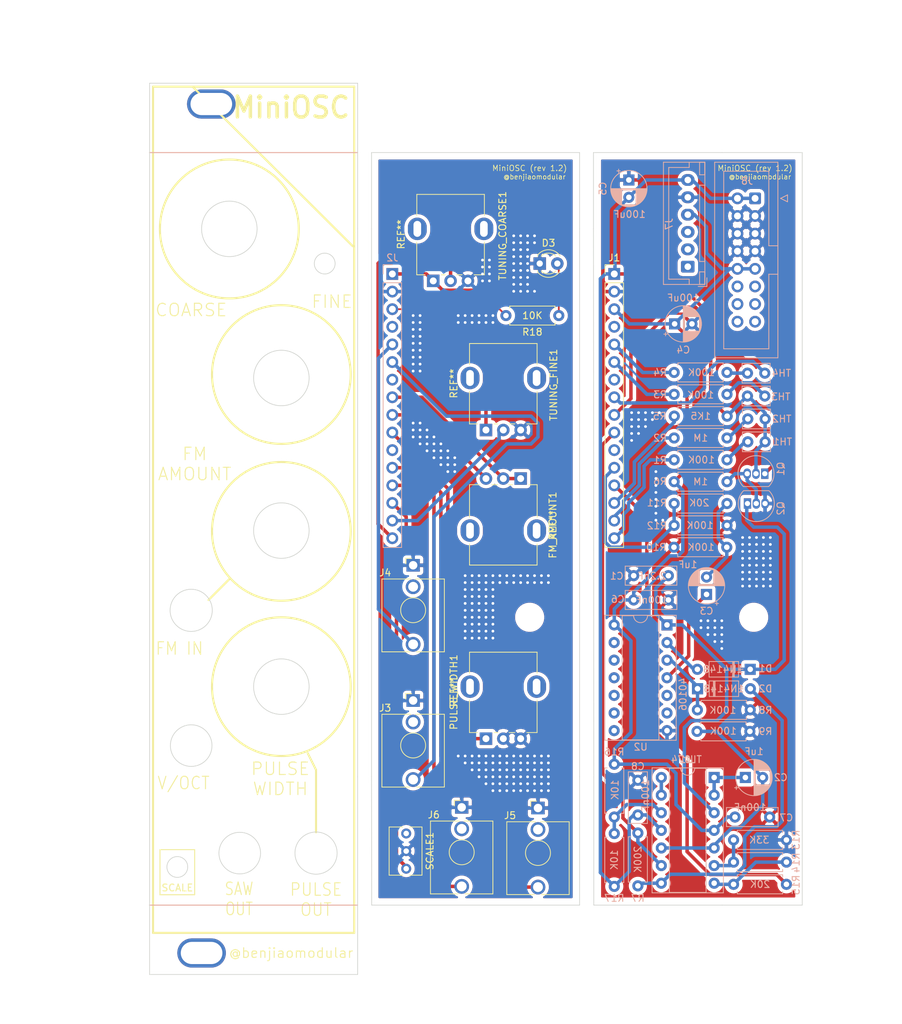
<source format=kicad_pcb>
(kicad_pcb (version 20171130) (host pcbnew 5.1.9+dfsg1-1)
  (layers (0 F.Cu signal) (31 B.Cu signal) (34 B.Paste user) (35 F.Paste user) (36 B.SilkS user) (37 F.SilkS user) (38 B.Mask user) (39 F.Mask user) (44 Edge.Cuts user))
  (net 0 "")
  (net 1 Earth)
  (net 2 "Net-(C1-Pad1)")
  (net 3 "Net-(C2-Pad2)")
  (net 4 "Net-(C2-Pad1)")
  (net 5 "Net-(C3-Pad1)")
  (net 6 "Net-(C3-Pad2)")
  (net 7 +12V)
  (net 8 -12V)
  (net 9 "Net-(D1-Pad2)")
  (net 10 "Net-(D2-Pad2)")
  (net 11 "Net-(D2-Pad1)")
  (net 12 GND1)
  (net 13 "Net-(D3-Pad2)")
  (net 14 /FrontPanel/FP_FM_AMT_P2)
  (net 15 /FrontPanel/FP_FM_AMT_P3)
  (net 16 "Net-(J1-Pad16)")
  (net 17 "Net-(J1-Pad15)")
  (net 18 SCALE)
  (net 19 "Net-(J1-Pad6)")
  (net 20 "Net-(J1-Pad5)")
  (net 21 FP_12V_NEG)
  (net 22 /FrontPanel/FP_12V_POS)
  (net 23 /FrontPanel/FP_FM_IN)
  (net 24 /FrontPanel/FP_V_OCT_IN)
  (net 25 /FrontPanel/FP_SCALE)
  (net 26 /FrontPanel/FP_FINE)
  (net 27 /FrontPanel/FP_COARSE)
  (net 28 PULSE_OUT)
  (net 29 SAW_OUT)
  (net 30 /FrontPanel/FP_PULSE_WIDTH)
  (net 31 "Net-(Q1-Pad3)")
  (net 32 "Net-(R1-Pad1)")
  (net 33 "Net-(R2-Pad1)")
  (net 34 "Net-(R3-Pad1)")
  (net 35 "Net-(R4-Pad1)")
  (net 36 "Net-(R13-Pad1)")
  (net 37 "Net-(R14-Pad2)")
  (net 38 "Net-(R16-Pad1)")
  (net 39 "Net-(U1-Pad13)")
  (net 40 FM_AMT_P2)
  (net 41 FM_AMT_P3)
  (net 42 PULSE_WIDTH)
  (net 43 /FrontPanel/FP_SAW_OUT)
  (net 44 /FrontPanel/FP_PULSE_OUT)
  (net 45 "Net-(J8-Pad11)")
  (net 46 "Net-(J8-Pad13)")
  (net 47 "Net-(J8-Pad15)")
  (module benjiaomodular:MountingHole_M3 (layer F.Cu) (at 47.5 170.4)
    (fp_text reference REF** (at 0 0.5) (layer F.SilkS))
    (fp_text value MountingHole_M3)
    (pad 1 thru_hole oval (at 0 0) (size 7 4.2) (drill oval 6 3.2) (layers *.Cu *.Mask))
  )
  (module benjiaomodular:MountingHole_M3 (layer F.Cu) (at 48.9 48)
    (fp_text reference REF** (at 0 0.5) (layer F.SilkS))
    (fp_text value MountingHole_M3)
    (pad 1 thru_hole oval (at 0 0) (size 7 4.2) (drill oval 6 3.2) (layers *.Cu *.Mask))
  )
  (module benjiaomodular:Potentiometer_RV09 (layer F.Cu) (at 93.5 102 270)
    (fp_text reference FM_AMOUNT1 (at 6.71 -4.64 270) (layer F.SilkS))
    (fp_text value 1M)
    (fp_text user REF** (at 6.71 -4.64 270) (layer F.SilkS))
    (pad "" thru_hole oval (at 7.5 -2.3) (size 2.72 3.24) (drill oval 1.1 2.3) (layers *.Cu *.Mask))
    (pad "" thru_hole oval (at 7.5 7.3) (size 2.72 3.24) (drill oval 1.1 2.3) (layers *.Cu *.Mask))
    (pad 2 thru_hole circle (at 0 2.5) (size 1.8 1.8) (drill 1) (layers *.Cu *.Mask) (net 14 /FrontPanel/FP_FM_AMT_P2))
    (pad 3 thru_hole circle (at 0 5) (size 1.8 1.8) (drill 1) (layers *.Cu *.Mask) (net 15 /FrontPanel/FP_FM_AMT_P3))
    (pad 1 thru_hole rect (at 0 0) (size 1.8 1.8) (drill 1) (layers *.Cu *.Mask) (net 14 /FrontPanel/FP_FM_AMT_P2))
  )
  (module benjiaomodular:Potentiometer_RV09 (layer F.Cu) (at 88.5 139.5 90)
    (fp_text reference PULSE_WIDTH1 (at 6.71 -4.64 270) (layer F.SilkS))
    (fp_text value 100K)
    (fp_text user REF** (at 6.71 -4.64 270) (layer F.SilkS))
    (pad "" thru_hole oval (at 7.5 -2.3 180) (size 2.72 3.24) (drill oval 1.1 2.3) (layers *.Cu *.Mask))
    (pad "" thru_hole oval (at 7.5 7.3 180) (size 2.72 3.24) (drill oval 1.1 2.3) (layers *.Cu *.Mask))
    (pad 2 thru_hole circle (at 0 2.5 180) (size 1.8 1.8) (drill 1) (layers *.Cu *.Mask) (net 12 GND1))
    (pad 3 thru_hole circle (at 0 5 180) (size 1.8 1.8) (drill 1) (layers *.Cu *.Mask) (net 12 GND1))
    (pad 1 thru_hole rect (at 0 0 180) (size 1.8 1.8) (drill 1) (layers *.Cu *.Mask) (net 30 /FrontPanel/FP_PULSE_WIDTH))
  )
  (module benjiaomodular:Potentiometer_RV09 (layer F.Cu) (at 80.9 73.5 90)
    (fp_text reference TUNING_COARSE1 (at 6.5 10 270) (layer F.SilkS))
    (fp_text value 100K)
    (fp_text user REF** (at 6.71 -4.64 270) (layer F.SilkS))
    (pad "" thru_hole oval (at 7.5 -2.3 180) (size 2.72 3.24) (drill oval 1.1 2.3) (layers *.Cu *.Mask))
    (pad "" thru_hole oval (at 7.5 7.3 180) (size 2.72 3.24) (drill oval 1.1 2.3) (layers *.Cu *.Mask))
    (pad 2 thru_hole circle (at 0 2.5 180) (size 1.8 1.8) (drill 1) (layers *.Cu *.Mask) (net 27 /FrontPanel/FP_COARSE))
    (pad 3 thru_hole circle (at 0 5 180) (size 1.8 1.8) (drill 1) (layers *.Cu *.Mask) (net 12 GND1))
    (pad 1 thru_hole rect (at 0 0 180) (size 1.8 1.8) (drill 1) (layers *.Cu *.Mask) (net 21 FP_12V_NEG))
  )
  (module benjiaomodular:Potentiometer_RV09 (layer F.Cu) (at 88.5 95 90)
    (fp_text reference TUNING_FINE1 (at 6.5 9.75 270) (layer F.SilkS))
    (fp_text value 100K)
    (fp_text user REF** (at 6.71 -4.64 270) (layer F.SilkS))
    (pad "" thru_hole oval (at 7.5 -2.3 180) (size 2.72 3.24) (drill oval 1.1 2.3) (layers *.Cu *.Mask))
    (pad "" thru_hole oval (at 7.5 7.3 180) (size 2.72 3.24) (drill oval 1.1 2.3) (layers *.Cu *.Mask))
    (pad 2 thru_hole circle (at 0 2.5 180) (size 1.8 1.8) (drill 1) (layers *.Cu *.Mask) (net 26 /FrontPanel/FP_FINE))
    (pad 3 thru_hole circle (at 0 5 180) (size 1.8 1.8) (drill 1) (layers *.Cu *.Mask) (net 12 GND1))
    (pad 1 thru_hole rect (at 0 0 180) (size 1.8 1.8) (drill 1) (layers *.Cu *.Mask) (net 21 FP_12V_NEG))
  )
  (module MountingHole:MountingHole_3.2mm_M3 (layer F.Cu) (at 94.8 122)
    (fp_text reference REF** hide)
    (fp_text value MountingHole_3.2mm_M3)
    (pad 1 np_thru_hole circle (at 0 0) (size 3.2 3.2) (drill 3.2) (layers *.Cu *.Mask))
  )
  (module MountingHole:MountingHole_3.2mm_M3 (layer F.Cu) (at 127.1 122)
    (fp_text reference REF** hide)
    (fp_text value MountingHole_3.2mm_M3)
    (pad 1 np_thru_hole circle (at 0 0) (size 3.2 3.2) (drill 3.2) (layers *.Cu *.Mask))
  )
  (module Connector_PinSocket_2.54mm:PinSocket_1x16_P2.54mm_Vertical (layer B.Cu) (at 75 72.5 180)
    (fp_text reference J2 (at 0 2.33) (layer B.SilkS) (effects (justify mirror)))
    (fp_text value Conn_01x16_Male)
    (pad 16 thru_hole oval (at 0 -38.1 180) (size 1.7 1.7) (drill 1) (layers *.Cu *.Mask) (net 27 /FrontPanel/FP_COARSE))
    (pad 15 thru_hole oval (at 0 -35.56 180) (size 1.7 1.7) (drill 1) (layers *.Cu *.Mask) (net 26 /FrontPanel/FP_FINE))
    (pad 14 thru_hole oval (at 0 -33.02 180) (size 1.7 1.7) (drill 1) (layers *.Cu *.Mask) (net 25 /FrontPanel/FP_SCALE))
    (pad 13 thru_hole oval (at 0 -30.48 180) (size 1.7 1.7) (drill 1) (layers *.Cu *.Mask) (net 43 /FrontPanel/FP_SAW_OUT))
    (pad 12 thru_hole oval (at 0 -27.94 180) (size 1.7 1.7) (drill 1) (layers *.Cu *.Mask) (net 44 /FrontPanel/FP_PULSE_OUT))
    (pad 11 thru_hole oval (at 0 -25.4 180) (size 1.7 1.7) (drill 1) (layers *.Cu *.Mask))
    (pad 10 thru_hole oval (at 0 -22.86 180) (size 1.7 1.7) (drill 1) (layers *.Cu *.Mask) (net 30 /FrontPanel/FP_PULSE_WIDTH))
    (pad 9 thru_hole oval (at 0 -20.32 180) (size 1.7 1.7) (drill 1) (layers *.Cu *.Mask) (net 15 /FrontPanel/FP_FM_AMT_P3))
    (pad 8 thru_hole oval (at 0 -17.78 180) (size 1.7 1.7) (drill 1) (layers *.Cu *.Mask) (net 14 /FrontPanel/FP_FM_AMT_P2))
    (pad 7 thru_hole oval (at 0 -15.24 180) (size 1.7 1.7) (drill 1) (layers *.Cu *.Mask))
    (pad 6 thru_hole oval (at 0 -12.7 180) (size 1.7 1.7) (drill 1) (layers *.Cu *.Mask) (net 24 /FrontPanel/FP_V_OCT_IN))
    (pad 5 thru_hole oval (at 0 -10.16 180) (size 1.7 1.7) (drill 1) (layers *.Cu *.Mask) (net 23 /FrontPanel/FP_FM_IN))
    (pad 4 thru_hole oval (at 0 -7.62 180) (size 1.7 1.7) (drill 1) (layers *.Cu *.Mask))
    (pad 3 thru_hole oval (at 0 -5.08 180) (size 1.7 1.7) (drill 1) (layers *.Cu *.Mask) (net 22 /FrontPanel/FP_12V_POS))
    (pad 2 thru_hole oval (at 0 -2.54 180) (size 1.7 1.7) (drill 1) (layers *.Cu *.Mask) (net 12 GND1))
    (pad 1 thru_hole rect (at 0 0 180) (size 1.7 1.7) (drill 1) (layers *.Cu *.Mask) (net 21 FP_12V_NEG))
  )
  (module Potentiometer_THT:Potentiometer_Bourns_3266Y_Vertical (layer F.Cu) (at 77 158.25 270)
    (fp_text reference SCALE1 (at -2.54 -3.41 90) (layer F.SilkS))
    (fp_text value 1K)
    (pad 3 thru_hole circle (at -5.08 0 270) (size 1.44 1.44) (drill 0.8) (layers *.Cu *.Mask))
    (pad 2 thru_hole circle (at -2.54 0 270) (size 1.44 1.44) (drill 0.8) (layers *.Cu *.Mask) (net 12 GND1))
    (pad 1 thru_hole circle (at 0 0 270) (size 1.44 1.44) (drill 0.8) (layers *.Cu *.Mask) (net 25 /FrontPanel/FP_SCALE))
  )
  (module Capacitor_THT:C_Rect_L7.2mm_W2.5mm_P5.00mm_FKS2_FKP2_MKS2_MKP2 (layer B.Cu) (at 114.8 116 180)
    (fp_text reference C1 (at 7.45 -0.05) (layer B.SilkS) (effects (justify mirror)))
    (fp_text value 2.2nF (at 2.35 -0.05) (layer B.SilkS) (effects (justify mirror)))
    (pad 2 thru_hole circle (at 5 0 180) (size 1.6 1.6) (drill 0.8) (layers *.Cu *.Mask) (net 1 Earth))
    (pad 1 thru_hole circle (at 0 0 180) (size 1.6 1.6) (drill 0.8) (layers *.Cu *.Mask) (net 2 "Net-(C1-Pad1)"))
  )
  (module Capacitor_THT:CP_Radial_D5.0mm_P2.50mm (layer B.Cu) (at 125.9 145.1)
    (fp_text reference C2 (at 5.1 0) (layer B.SilkS) (effects (justify mirror)))
    (fp_text value 1uF (at 1.25 -3.75) (layer B.SilkS) (effects (justify mirror)))
    (pad 2 thru_hole circle (at 2.5 0) (size 1.6 1.6) (drill 0.8) (layers *.Cu *.Mask) (net 3 "Net-(C2-Pad2)"))
    (pad 1 thru_hole rect (at 0 0) (size 1.6 1.6) (drill 0.8) (layers *.Cu *.Mask) (net 4 "Net-(C2-Pad1)"))
  )
  (module Capacitor_THT:CP_Radial_D5.0mm_P2.50mm (layer B.Cu) (at 120.3 118.7 90)
    (fp_text reference C3 (at -2.4 0 180) (layer B.SilkS) (effects (justify mirror)))
    (fp_text value 1uF (at 4.3 -2.7 180) (layer B.SilkS) (effects (justify mirror)))
    (pad 1 thru_hole rect (at 0 0 90) (size 1.6 1.6) (drill 0.8) (layers *.Cu *.Mask) (net 5 "Net-(C3-Pad1)"))
    (pad 2 thru_hole circle (at 2.5 0 90) (size 1.6 1.6) (drill 0.8) (layers *.Cu *.Mask) (net 6 "Net-(C3-Pad2)"))
  )
  (module Capacitor_THT:C_Rect_L7.2mm_W2.5mm_P5.00mm_FKS2_FKP2_MKS2_MKP2 (layer B.Cu) (at 109.8 119.5)
    (fp_text reference C6 (at -2.3 -0.1) (layer B.SilkS) (effects (justify mirror)))
    (fp_text value 100nF (at 2.6 0) (layer B.SilkS) (effects (justify mirror)))
    (pad 1 thru_hole circle (at 0 0) (size 1.6 1.6) (drill 0.8) (layers *.Cu *.Mask) (net 7 +12V))
    (pad 2 thru_hole circle (at 5 0) (size 1.6 1.6) (drill 0.8) (layers *.Cu *.Mask) (net 1 Earth))
  )
  (module Capacitor_THT:C_Rect_L7.2mm_W2.5mm_P5.00mm_FKS2_FKP2_MKS2_MKP2 (layer B.Cu) (at 124.4 150.8)
    (fp_text reference C7 (at 7.4 0.1) (layer B.SilkS) (effects (justify mirror)))
    (fp_text value 100nF (at 2.2 -1.4) (layer B.SilkS) (effects (justify mirror)))
    (pad 1 thru_hole circle (at 0 0) (size 1.6 1.6) (drill 0.8) (layers *.Cu *.Mask) (net 7 +12V))
    (pad 2 thru_hole circle (at 5 0) (size 1.6 1.6) (drill 0.8) (layers *.Cu *.Mask) (net 1 Earth))
  )
  (module Capacitor_THT:C_Rect_L7.2mm_W2.5mm_P5.00mm_FKS2_FKP2_MKS2_MKP2 (layer B.Cu) (at 110.4 145.5 270)
    (fp_text reference C8 (at -2 0 180) (layer B.SilkS) (effects (justify mirror)))
    (fp_text value 100nF (at 2.2 -1.1 90) (layer B.SilkS) (effects (justify mirror)))
    (pad 2 thru_hole circle (at 5 0 270) (size 1.6 1.6) (drill 0.8) (layers *.Cu *.Mask) (net 8 -12V))
    (pad 1 thru_hole circle (at 0 0 270) (size 1.6 1.6) (drill 0.8) (layers *.Cu *.Mask) (net 1 Earth))
  )
  (module Diode_THT:D_DO-35_SOD27_P7.62mm_Horizontal (layer B.Cu) (at 126.6 129.5 180)
    (fp_text reference D1 (at -2.2 0.1) (layer B.SilkS) (effects (justify mirror)))
    (fp_text value 1N4148 (at 3.9 0) (layer B.SilkS) (effects (justify mirror)))
    (pad 1 thru_hole rect (at 0 0 180) (size 1.6 1.6) (drill 0.8) (layers *.Cu *.Mask) (net 2 "Net-(C1-Pad1)"))
    (pad 2 thru_hole oval (at 7.62 0 180) (size 1.6 1.6) (drill 0.8) (layers *.Cu *.Mask) (net 9 "Net-(D1-Pad2)"))
  )
  (module Diode_THT:D_DO-35_SOD27_P7.62mm_Horizontal (layer B.Cu) (at 119 132.3)
    (fp_text reference D2 (at 9.8 0) (layer B.SilkS) (effects (justify mirror)))
    (fp_text value 1N4148 (at 3.8 0) (layer B.SilkS) (effects (justify mirror)))
    (pad 2 thru_hole oval (at 7.62 0) (size 1.6 1.6) (drill 0.8) (layers *.Cu *.Mask) (net 10 "Net-(D2-Pad2)"))
    (pad 1 thru_hole rect (at 0 0) (size 1.6 1.6) (drill 0.8) (layers *.Cu *.Mask) (net 11 "Net-(D2-Pad1)"))
  )
  (module LED_THT:LED_D3.0mm (layer F.Cu) (at 96.25 71)
    (fp_text reference D3 (at 1.27 -2.96) (layer F.SilkS))
    (fp_text value LED)
    (pad 1 thru_hole rect (at 0 0) (size 1.8 1.8) (drill 0.9) (layers *.Cu *.Mask) (net 12 GND1))
    (pad 2 thru_hole circle (at 2.54 0) (size 1.8 1.8) (drill 0.9) (layers *.Cu *.Mask) (net 13 "Net-(D3-Pad2)"))
  )
  (module Connector_Audio:Jack_3.5mm_QingPu_WQP-PJ398SM_Vertical_CircularHoles (layer F.Cu) (at 78 134)
    (fp_text reference J3 (at -4.03 1.08 180) (layer F.SilkS))
    (fp_text value V_OCT_IN)
    (pad TN thru_hole circle (at 0 3.1 180) (size 2.13 2.13) (drill 1.42) (layers *.Cu *.Mask))
    (pad S thru_hole rect (at 0 0 180) (size 1.93 1.83) (drill 1.22) (layers *.Cu *.Mask) (net 12 GND1))
    (pad T thru_hole circle (at 0 11.4 180) (size 2.13 2.13) (drill 1.43) (layers *.Cu *.Mask) (net 24 /FrontPanel/FP_V_OCT_IN))
  )
  (module Connector_Audio:Jack_3.5mm_QingPu_WQP-PJ398SM_Vertical_CircularHoles (layer F.Cu) (at 78 114.5)
    (fp_text reference J4 (at -4.03 1.08 180) (layer F.SilkS))
    (fp_text value FM_IN)
    (pad T thru_hole circle (at 0 11.4 180) (size 2.13 2.13) (drill 1.43) (layers *.Cu *.Mask) (net 23 /FrontPanel/FP_FM_IN))
    (pad S thru_hole rect (at 0 0 180) (size 1.93 1.83) (drill 1.22) (layers *.Cu *.Mask) (net 12 GND1))
    (pad TN thru_hole circle (at 0 3.1 180) (size 2.13 2.13) (drill 1.42) (layers *.Cu *.Mask))
  )
  (module Connector_Audio:Jack_3.5mm_QingPu_WQP-PJ398SM_Vertical_CircularHoles (layer F.Cu) (at 96 149.5)
    (fp_text reference J5 (at -4.03 1.08 180) (layer F.SilkS))
    (fp_text value PULSE_OUT)
    (pad TN thru_hole circle (at 0 3.1 180) (size 2.13 2.13) (drill 1.42) (layers *.Cu *.Mask))
    (pad S thru_hole rect (at 0 0 180) (size 1.93 1.83) (drill 1.22) (layers *.Cu *.Mask) (net 12 GND1))
    (pad T thru_hole circle (at 0 11.4 180) (size 2.13 2.13) (drill 1.43) (layers *.Cu *.Mask) (net 44 /FrontPanel/FP_PULSE_OUT))
  )
  (module Connector_Audio:Jack_3.5mm_QingPu_WQP-PJ398SM_Vertical_CircularHoles (layer F.Cu) (at 85 149.4)
    (fp_text reference J6 (at -4.03 1.08 180) (layer F.SilkS))
    (fp_text value SAW_OUT)
    (pad T thru_hole circle (at 0 11.4 180) (size 2.13 2.13) (drill 1.43) (layers *.Cu *.Mask) (net 43 /FrontPanel/FP_SAW_OUT))
    (pad S thru_hole rect (at 0 0 180) (size 1.93 1.83) (drill 1.22) (layers *.Cu *.Mask) (net 12 GND1))
    (pad TN thru_hole circle (at 0 3.1 180) (size 2.13 2.13) (drill 1.42) (layers *.Cu *.Mask))
  )
  (module Connector_JST:JST_XH_B6B-XH-A_1x06_P2.50mm_Vertical (layer B.Cu) (at 117.6 71.45 90)
    (fp_text reference J7 (at 6.15 -2.7 270) (layer B.SilkS) (effects (justify mirror)))
    (fp_text value JST_BUS)
    (pad 1 thru_hole roundrect (at 0 0 90) (size 1.7 1.95) (drill 0.95) (layers *.Cu *.Mask) (roundrect_rratio 0.1470588235294118))
    (pad 2 thru_hole oval (at 2.5 0 90) (size 1.7 1.95) (drill 0.95) (layers *.Cu *.Mask))
    (pad 3 thru_hole oval (at 5 0 90) (size 1.7 1.95) (drill 0.95) (layers *.Cu *.Mask))
    (pad 4 thru_hole oval (at 7.5 0 90) (size 1.7 1.95) (drill 0.95) (layers *.Cu *.Mask) (net 7 +12V))
    (pad 5 thru_hole oval (at 10 0 90) (size 1.7 1.95) (drill 0.95) (layers *.Cu *.Mask) (net 1 Earth))
    (pad 6 thru_hole oval (at 12.5 0 90) (size 1.7 1.95) (drill 0.95) (layers *.Cu *.Mask) (net 8 -12V))
  )
  (module Connector_IDC:IDC-Header_2x08_P2.54mm_Vertical (layer B.Cu) (at 127.3 61.6 180)
    (fp_text reference J8 (at 1.15 2.5) (layer B.SilkS) (effects (justify mirror)))
    (fp_text value IDC_BUS)
    (pad 1 thru_hole roundrect (at 0 0 180) (size 1.7 1.7) (drill 1) (layers *.Cu *.Mask) (roundrect_rratio 0.1470588235294118) (net 8 -12V))
    (pad 3 thru_hole circle (at 0 -2.54 180) (size 1.7 1.7) (drill 1) (layers *.Cu *.Mask) (net 1 Earth))
    (pad 5 thru_hole circle (at 0 -5.08 180) (size 1.7 1.7) (drill 1) (layers *.Cu *.Mask) (net 1 Earth))
    (pad 7 thru_hole circle (at 0 -7.62 180) (size 1.7 1.7) (drill 1) (layers *.Cu *.Mask) (net 1 Earth))
    (pad 9 thru_hole circle (at 0 -10.16 180) (size 1.7 1.7) (drill 1) (layers *.Cu *.Mask) (net 7 +12V))
    (pad 11 thru_hole circle (at 0 -12.7 180) (size 1.7 1.7) (drill 1) (layers *.Cu *.Mask) (net 45 "Net-(J8-Pad11)"))
    (pad 13 thru_hole circle (at 0 -15.24 180) (size 1.7 1.7) (drill 1) (layers *.Cu *.Mask) (net 46 "Net-(J8-Pad13)"))
    (pad 15 thru_hole circle (at 0 -17.78 180) (size 1.7 1.7) (drill 1) (layers *.Cu *.Mask) (net 47 "Net-(J8-Pad15)"))
    (pad 2 thru_hole circle (at 2.54 0 180) (size 1.7 1.7) (drill 1) (layers *.Cu *.Mask) (net 8 -12V))
    (pad 4 thru_hole circle (at 2.54 -2.54 180) (size 1.7 1.7) (drill 1) (layers *.Cu *.Mask) (net 1 Earth))
    (pad 6 thru_hole circle (at 2.54 -5.08 180) (size 1.7 1.7) (drill 1) (layers *.Cu *.Mask) (net 1 Earth))
    (pad 8 thru_hole circle (at 2.54 -7.62 180) (size 1.7 1.7) (drill 1) (layers *.Cu *.Mask) (net 1 Earth))
    (pad 10 thru_hole circle (at 2.54 -10.16 180) (size 1.7 1.7) (drill 1) (layers *.Cu *.Mask) (net 7 +12V))
    (pad 12 thru_hole circle (at 2.54 -12.7 180) (size 1.7 1.7) (drill 1) (layers *.Cu *.Mask) (net 45 "Net-(J8-Pad11)"))
    (pad 14 thru_hole circle (at 2.54 -15.24 180) (size 1.7 1.7) (drill 1) (layers *.Cu *.Mask) (net 46 "Net-(J8-Pad13)"))
    (pad 16 thru_hole circle (at 2.54 -17.78 180) (size 1.7 1.7) (drill 1) (layers *.Cu *.Mask) (net 47 "Net-(J8-Pad15)"))
  )
  (module Package_TO_SOT_THT:TO-92_Inline (layer B.Cu) (at 128.7 101.3 180)
    (fp_text reference Q1 (at -2.3 0.7 90) (layer B.SilkS) (effects (justify mirror)))
    (fp_text value BC558)
    (pad 1 thru_hole rect (at 0 0 180) (size 1.05 1.5) (drill 0.75) (layers *.Cu *.Mask) (net 8 -12V))
    (pad 3 thru_hole oval (at 2.54 0 180) (size 1.05 1.5) (drill 0.75) (layers *.Cu *.Mask) (net 31 "Net-(Q1-Pad3)"))
    (pad 2 thru_hole oval (at 1.27 0 180) (size 1.05 1.5) (drill 0.75) (layers *.Cu *.Mask) (net 41 FM_AMT_P3))
  )
  (module Package_TO_SOT_THT:TO-92_Inline (layer B.Cu) (at 126.2 105.6)
    (fp_text reference Q2 (at 4.8 0.7 270) (layer B.SilkS) (effects (justify mirror)))
    (fp_text value BC548)
    (pad 2 thru_hole oval (at 1.27 0) (size 1.05 1.5) (drill 0.75) (layers *.Cu *.Mask) (net 31 "Net-(Q1-Pad3)"))
    (pad 3 thru_hole oval (at 2.54 0) (size 1.05 1.5) (drill 0.75) (layers *.Cu *.Mask) (net 1 Earth))
    (pad 1 thru_hole rect (at 0 0) (size 1.05 1.5) (drill 0.75) (layers *.Cu *.Mask) (net 2 "Net-(C1-Pad1)"))
  )
  (module Resistor_THT:R_Axial_DIN0207_L6.3mm_D2.5mm_P7.62mm_Horizontal (layer B.Cu) (at 123.25 99.3 180)
    (fp_text reference R1 (at 9.65 -0.05) (layer B.SilkS) (effects (justify mirror)))
    (fp_text value 100K (at 3.7 0) (layer B.SilkS) (effects (justify mirror)))
    (pad 1 thru_hole circle (at 0 0 180) (size 1.6 1.6) (drill 0.8) (layers *.Cu *.Mask) (net 32 "Net-(R1-Pad1)"))
    (pad 2 thru_hole oval (at 7.62 0 180) (size 1.6 1.6) (drill 0.8) (layers *.Cu *.Mask) (net 16 "Net-(J1-Pad16)"))
  )
  (module Resistor_THT:R_Axial_DIN0207_L6.3mm_D2.5mm_P7.62mm_Horizontal (layer B.Cu) (at 123.25 96.15 180)
    (fp_text reference R2 (at 9.65 0) (layer B.SilkS) (effects (justify mirror)))
    (fp_text value 1M (at 3.8 0) (layer B.SilkS) (effects (justify mirror)))
    (pad 2 thru_hole oval (at 7.62 0 180) (size 1.6 1.6) (drill 0.8) (layers *.Cu *.Mask) (net 17 "Net-(J1-Pad15)"))
    (pad 1 thru_hole circle (at 0 0 180) (size 1.6 1.6) (drill 0.8) (layers *.Cu *.Mask) (net 33 "Net-(R2-Pad1)"))
  )
  (module Resistor_THT:R_Axial_DIN0207_L6.3mm_D2.5mm_P7.62mm_Horizontal (layer B.Cu) (at 123.25 89.85 180)
    (fp_text reference R3 (at 9.65 -0.05) (layer B.SilkS) (effects (justify mirror)))
    (fp_text value 100K (at 3.81 -0.1) (layer B.SilkS) (effects (justify mirror)))
    (pad 2 thru_hole oval (at 7.62 0 180) (size 1.6 1.6) (drill 0.8) (layers *.Cu *.Mask) (net 19 "Net-(J1-Pad6)"))
    (pad 1 thru_hole circle (at 0 0 180) (size 1.6 1.6) (drill 0.8) (layers *.Cu *.Mask) (net 34 "Net-(R3-Pad1)"))
  )
  (module Resistor_THT:R_Axial_DIN0207_L6.3mm_D2.5mm_P7.62mm_Horizontal (layer B.Cu) (at 123.25 86.7 180)
    (fp_text reference R4 (at 9.65 0) (layer B.SilkS) (effects (justify mirror)))
    (fp_text value 100K (at 3.7 0) (layer B.SilkS) (effects (justify mirror)))
    (pad 1 thru_hole circle (at 0 0 180) (size 1.6 1.6) (drill 0.8) (layers *.Cu *.Mask) (net 35 "Net-(R4-Pad1)"))
    (pad 2 thru_hole oval (at 7.62 0 180) (size 1.6 1.6) (drill 0.8) (layers *.Cu *.Mask) (net 20 "Net-(J1-Pad5)"))
  )
  (module Resistor_THT:R_Axial_DIN0207_L6.3mm_D2.5mm_P7.62mm_Horizontal (layer B.Cu) (at 115.65 93)
    (fp_text reference R5 (at -2.1 0) (layer B.SilkS) (effects (justify mirror)))
    (fp_text value 1K5 (at 3.8 0) (layer B.SilkS) (effects (justify mirror)))
    (pad 2 thru_hole oval (at 7.62 0) (size 1.6 1.6) (drill 0.8) (layers *.Cu *.Mask) (net 41 FM_AMT_P3))
    (pad 1 thru_hole circle (at 0 0) (size 1.6 1.6) (drill 0.8) (layers *.Cu *.Mask) (net 18 SCALE))
  )
  (module Resistor_THT:R_Axial_DIN0207_L6.3mm_D2.5mm_P7.62mm_Horizontal (layer B.Cu) (at 123.25 102.45 180)
    (fp_text reference R6 (at 9.65 0.05) (layer B.SilkS) (effects (justify mirror)))
    (fp_text value 1M (at 3.81 0) (layer B.SilkS) (effects (justify mirror)))
    (pad 1 thru_hole circle (at 0 0 180) (size 1.6 1.6) (drill 0.8) (layers *.Cu *.Mask) (net 31 "Net-(Q1-Pad3)"))
    (pad 2 thru_hole oval (at 7.62 0 180) (size 1.6 1.6) (drill 0.8) (layers *.Cu *.Mask) (net 7 +12V))
  )
  (module Resistor_THT:R_Axial_DIN0207_L6.3mm_D2.5mm_P7.62mm_Horizontal (layer B.Cu) (at 110.4 153.1 270)
    (fp_text reference R7 (at 9.4 0) (layer B.SilkS) (effects (justify mirror)))
    (fp_text value 200K (at 3.8 0 90) (layer B.SilkS) (effects (justify mirror)))
    (pad 1 thru_hole circle (at 0 0 270) (size 1.6 1.6) (drill 0.8) (layers *.Cu *.Mask) (net 42 PULSE_WIDTH))
    (pad 2 thru_hole oval (at 7.62 0 270) (size 1.6 1.6) (drill 0.8) (layers *.Cu *.Mask) (net 10 "Net-(D2-Pad2)"))
  )
  (module Resistor_THT:R_Axial_DIN0207_L6.3mm_D2.5mm_P7.62mm_Horizontal (layer B.Cu) (at 126.6 135.35 180)
    (fp_text reference R8 (at -2.2 -0.05) (layer B.SilkS) (effects (justify mirror)))
    (fp_text value 100K (at 3.95 -0.05) (layer B.SilkS) (effects (justify mirror)))
    (pad 2 thru_hole oval (at 7.62 0 180) (size 1.6 1.6) (drill 0.8) (layers *.Cu *.Mask) (net 11 "Net-(D2-Pad1)"))
    (pad 1 thru_hole circle (at 0 0 180) (size 1.6 1.6) (drill 0.8) (layers *.Cu *.Mask) (net 1 Earth))
  )
  (module Resistor_THT:R_Axial_DIN0207_L6.3mm_D2.5mm_P7.62mm_Horizontal (layer B.Cu) (at 126.55 138.45 180)
    (fp_text reference R9 (at -2.25 0) (layer B.SilkS) (effects (justify mirror)))
    (fp_text value 100K (at 3.85 0.05) (layer B.SilkS) (effects (justify mirror)))
    (pad 1 thru_hole circle (at 0 0 180) (size 1.6 1.6) (drill 0.8) (layers *.Cu *.Mask) (net 1 Earth))
    (pad 2 thru_hole oval (at 7.62 0 180) (size 1.6 1.6) (drill 0.8) (layers *.Cu *.Mask) (net 3 "Net-(C2-Pad2)"))
  )
  (module Resistor_THT:R_Axial_DIN0207_L6.3mm_D2.5mm_P7.62mm_Horizontal (layer B.Cu) (at 115.6 111.9)
    (fp_text reference R10 (at -2.55 0) (layer B.SilkS) (effects (justify mirror)))
    (fp_text value 100K (at 3.9 0) (layer B.SilkS) (effects (justify mirror)))
    (pad 1 thru_hole circle (at 0 0) (size 1.6 1.6) (drill 0.8) (layers *.Cu *.Mask) (net 1 Earth))
    (pad 2 thru_hole oval (at 7.62 0) (size 1.6 1.6) (drill 0.8) (layers *.Cu *.Mask) (net 6 "Net-(C3-Pad2)"))
  )
  (module Resistor_THT:R_Axial_DIN0207_L6.3mm_D2.5mm_P7.62mm_Horizontal (layer B.Cu) (at 123.25 105.6 180)
    (fp_text reference R11 (at 10.1 0.1) (layer B.SilkS) (effects (justify mirror)))
    (fp_text value 20K (at 4 0.1) (layer B.SilkS) (effects (justify mirror)))
    (pad 2 thru_hole oval (at 7.62 0 180) (size 1.6 1.6) (drill 0.8) (layers *.Cu *.Mask) (net 28 PULSE_OUT))
    (pad 1 thru_hole circle (at 0 0 180) (size 1.6 1.6) (drill 0.8) (layers *.Cu *.Mask) (net 6 "Net-(C3-Pad2)"))
  )
  (module Resistor_THT:R_Axial_DIN0207_L6.3mm_D2.5mm_P7.62mm_Horizontal (layer B.Cu) (at 123.25 108.75 180)
    (fp_text reference R12 (at 10.1 -0.05) (layer B.SilkS) (effects (justify mirror)))
    (fp_text value 100K (at 3.9 0) (layer B.SilkS) (effects (justify mirror)))
    (pad 1 thru_hole circle (at 0 0 180) (size 1.6 1.6) (drill 0.8) (layers *.Cu *.Mask) (net 1 Earth))
    (pad 2 thru_hole oval (at 7.62 0 180) (size 1.6 1.6) (drill 0.8) (layers *.Cu *.Mask) (net 28 PULSE_OUT))
  )
  (module Resistor_THT:R_Axial_DIN0207_L6.3mm_D2.5mm_P7.62mm_Horizontal (layer B.Cu) (at 124.2 154.1)
    (fp_text reference R13 (at 9 0 90) (layer B.SilkS) (effects (justify mirror)))
    (fp_text value 33K (at 3.7 0) (layer B.SilkS) (effects (justify mirror)))
    (pad 1 thru_hole circle (at 0 0) (size 1.6 1.6) (drill 0.8) (layers *.Cu *.Mask) (net 36 "Net-(R13-Pad1)"))
    (pad 2 thru_hole oval (at 7.62 0) (size 1.6 1.6) (drill 0.8) (layers *.Cu *.Mask) (net 1 Earth))
  )
  (module Resistor_THT:R_Axial_DIN0207_L6.3mm_D2.5mm_P7.62mm_Horizontal (layer B.Cu) (at 124.2 157.3)
    (fp_text reference R14 (at 9 0.1 270) (layer B.SilkS) (effects (justify mirror)))
    (fp_text value 100K)
    (pad 2 thru_hole oval (at 7.62 0) (size 1.6 1.6) (drill 0.8) (layers *.Cu *.Mask) (net 37 "Net-(R14-Pad2)"))
    (pad 1 thru_hole circle (at 0 0) (size 1.6 1.6) (drill 0.8) (layers *.Cu *.Mask) (net 36 "Net-(R13-Pad1)"))
  )
  (module Resistor_THT:R_Axial_DIN0207_L6.3mm_D2.5mm_P7.62mm_Horizontal (layer B.Cu) (at 124.2 160.5)
    (fp_text reference R15 (at 9 0.1 90) (layer B.SilkS) (effects (justify mirror)))
    (fp_text value 20K (at 3.81 0) (layer B.SilkS) (effects (justify mirror)))
    (pad 2 thru_hole oval (at 7.62 0) (size 1.6 1.6) (drill 0.8) (layers *.Cu *.Mask) (net 29 SAW_OUT))
    (pad 1 thru_hole circle (at 0 0) (size 1.6 1.6) (drill 0.8) (layers *.Cu *.Mask) (net 37 "Net-(R14-Pad2)"))
  )
  (module Resistor_THT:R_Axial_DIN0207_L6.3mm_D2.5mm_P7.62mm_Horizontal (layer B.Cu) (at 107 150.8 90)
    (fp_text reference R16 (at 9.4 0 180) (layer B.SilkS) (effects (justify mirror)))
    (fp_text value 10K (at 3.9 0.1 90) (layer B.SilkS) (effects (justify mirror)))
    (pad 2 thru_hole oval (at 7.62 0 90) (size 1.6 1.6) (drill 0.8) (layers *.Cu *.Mask) (net 7 +12V))
    (pad 1 thru_hole circle (at 0 0 90) (size 1.6 1.6) (drill 0.8) (layers *.Cu *.Mask) (net 38 "Net-(R16-Pad1)"))
  )
  (module Resistor_THT:R_Axial_DIN0207_L6.3mm_D2.5mm_P7.62mm_Horizontal (layer B.Cu) (at 107 160.8 90)
    (fp_text reference R17 (at -1.7 0) (layer B.SilkS) (effects (justify mirror)))
    (fp_text value 10K (at 3.81 0 90) (layer B.SilkS) (effects (justify mirror)))
    (pad 1 thru_hole circle (at 0 0 90) (size 1.6 1.6) (drill 0.8) (layers *.Cu *.Mask) (net 8 -12V))
    (pad 2 thru_hole oval (at 7.62 0 90) (size 1.6 1.6) (drill 0.8) (layers *.Cu *.Mask) (net 38 "Net-(R16-Pad1)"))
  )
  (module Resistor_THT:R_Axial_DIN0207_L6.3mm_D2.5mm_P7.62mm_Horizontal (layer F.Cu) (at 99 78.5 180)
    (fp_text reference R18 (at 3.81 -2.37) (layer F.SilkS))
    (fp_text value 10K (at 3.81 0) (layer F.SilkS))
    (pad 2 thru_hole oval (at 7.62 0 180) (size 1.6 1.6) (drill 0.8) (layers *.Cu *.Mask) (net 22 /FrontPanel/FP_12V_POS))
    (pad 1 thru_hole circle (at 0 0 180) (size 1.6 1.6) (drill 0.8) (layers *.Cu *.Mask) (net 13 "Net-(D3-Pad2)"))
  )
  (module Capacitor_THT:C_Disc_D3.8mm_W2.6mm_P2.50mm (layer B.Cu) (at 128.75 96.7 180)
    (fp_text reference TH1 (at -2.5 0) (layer B.SilkS) (effects (justify mirror)))
    (fp_text value "10K NTC")
    (pad 2 thru_hole circle (at 2.5 0 180) (size 1.6 1.6) (drill 0.8) (layers *.Cu *.Mask) (net 32 "Net-(R1-Pad1)"))
    (pad 1 thru_hole circle (at 0 0 180) (size 1.6 1.6) (drill 0.8) (layers *.Cu *.Mask) (net 41 FM_AMT_P3))
  )
  (module Capacitor_THT:C_Disc_D3.8mm_W2.6mm_P2.50mm (layer B.Cu) (at 128.75 93.4 180)
    (fp_text reference TH2 (at -2.4 0) (layer B.SilkS) (effects (justify mirror)))
    (fp_text value "10K NTC")
    (pad 1 thru_hole circle (at 0 0 180) (size 1.6 1.6) (drill 0.8) (layers *.Cu *.Mask) (net 41 FM_AMT_P3))
    (pad 2 thru_hole circle (at 2.5 0 180) (size 1.6 1.6) (drill 0.8) (layers *.Cu *.Mask) (net 33 "Net-(R2-Pad1)"))
  )
  (module Capacitor_THT:C_Disc_D3.8mm_W2.6mm_P2.50mm (layer B.Cu) (at 126.2 90.1)
    (fp_text reference TH3 (at 4.8 0.1) (layer B.SilkS) (effects (justify mirror)))
    (fp_text value "10K NTC")
    (pad 2 thru_hole circle (at 2.5 0) (size 1.6 1.6) (drill 0.8) (layers *.Cu *.Mask) (net 34 "Net-(R3-Pad1)"))
    (pad 1 thru_hole circle (at 0 0) (size 1.6 1.6) (drill 0.8) (layers *.Cu *.Mask) (net 41 FM_AMT_P3))
  )
  (module Capacitor_THT:C_Disc_D3.8mm_W2.6mm_P2.50mm (layer B.Cu) (at 128.7 86.8 180)
    (fp_text reference TH4 (at -2.4 0) (layer B.SilkS) (effects (justify mirror)))
    (fp_text value "10K NTC")
    (pad 1 thru_hole circle (at 0 0 180) (size 1.6 1.6) (drill 0.8) (layers *.Cu *.Mask) (net 40 FM_AMT_P2))
    (pad 2 thru_hole circle (at 2.5 0 180) (size 1.6 1.6) (drill 0.8) (layers *.Cu *.Mask) (net 35 "Net-(R4-Pad1)"))
  )
  (module Package_DIP:DIP-14_W7.62mm_Socket (layer B.Cu) (at 121.4 145.1 180)
    (fp_text reference U1 (at 4 2.6) (layer B.SilkS) (effects (justify mirror)))
    (fp_text value TL074 (at 4 2.6) (layer B.SilkS) (effects (justify mirror)))
    (pad 14 thru_hole oval (at 7.62 0 180) (size 1.6 1.6) (drill 0.8) (layers *.Cu *.Mask) (net 39 "Net-(U1-Pad13)"))
    (pad 7 thru_hole oval (at 0 -15.24 180) (size 1.6 1.6) (drill 0.8) (layers *.Cu *.Mask) (net 37 "Net-(R14-Pad2)"))
    (pad 13 thru_hole oval (at 7.62 -2.54 180) (size 1.6 1.6) (drill 0.8) (layers *.Cu *.Mask) (net 39 "Net-(U1-Pad13)"))
    (pad 6 thru_hole oval (at 0 -12.7 180) (size 1.6 1.6) (drill 0.8) (layers *.Cu *.Mask) (net 36 "Net-(R13-Pad1)"))
    (pad 12 thru_hole oval (at 7.62 -5.08 180) (size 1.6 1.6) (drill 0.8) (layers *.Cu *.Mask) (net 38 "Net-(R16-Pad1)"))
    (pad 5 thru_hole oval (at 0 -10.16 180) (size 1.6 1.6) (drill 0.8) (layers *.Cu *.Mask) (net 3 "Net-(C2-Pad2)"))
    (pad 11 thru_hole oval (at 7.62 -7.62 180) (size 1.6 1.6) (drill 0.8) (layers *.Cu *.Mask) (net 8 -12V))
    (pad 4 thru_hole oval (at 0 -7.62 180) (size 1.6 1.6) (drill 0.8) (layers *.Cu *.Mask) (net 7 +12V))
    (pad 10 thru_hole oval (at 7.62 -10.16 180) (size 1.6 1.6) (drill 0.8) (layers *.Cu *.Mask) (net 3 "Net-(C2-Pad2)"))
    (pad 3 thru_hole oval (at 0 -5.08 180) (size 1.6 1.6) (drill 0.8) (layers *.Cu *.Mask) (net 2 "Net-(C1-Pad1)"))
    (pad 9 thru_hole oval (at 7.62 -12.7 180) (size 1.6 1.6) (drill 0.8) (layers *.Cu *.Mask) (net 42 PULSE_WIDTH))
    (pad 2 thru_hole oval (at 0 -2.54 180) (size 1.6 1.6) (drill 0.8) (layers *.Cu *.Mask) (net 4 "Net-(C2-Pad1)"))
    (pad 8 thru_hole oval (at 7.62 -15.24 180) (size 1.6 1.6) (drill 0.8) (layers *.Cu *.Mask) (net 10 "Net-(D2-Pad2)"))
    (pad 1 thru_hole rect (at 0 0 180) (size 1.6 1.6) (drill 0.8) (layers *.Cu *.Mask) (net 4 "Net-(C2-Pad1)"))
  )
  (module Package_DIP:DIP-14_W7.62mm_Socket (layer B.Cu) (at 114.6 123.1 180)
    (fp_text reference U2 (at 3.8 -17.6) (layer B.SilkS) (effects (justify mirror)))
    (fp_text value 40106 (at -2.3 -10 270) (layer B.SilkS) (effects (justify mirror)))
    (pad 1 thru_hole rect (at 0 0 180) (size 1.6 1.6) (drill 0.8) (layers *.Cu *.Mask) (net 2 "Net-(C1-Pad1)"))
    (pad 8 thru_hole oval (at 7.62 -15.24 180) (size 1.6 1.6) (drill 0.8) (layers *.Cu *.Mask))
    (pad 2 thru_hole oval (at 0 -2.54 180) (size 1.6 1.6) (drill 0.8) (layers *.Cu *.Mask) (net 9 "Net-(D1-Pad2)"))
    (pad 9 thru_hole oval (at 7.62 -12.7 180) (size 1.6 1.6) (drill 0.8) (layers *.Cu *.Mask))
    (pad 3 thru_hole oval (at 0 -5.08 180) (size 1.6 1.6) (drill 0.8) (layers *.Cu *.Mask) (net 11 "Net-(D2-Pad1)"))
    (pad 10 thru_hole oval (at 7.62 -10.16 180) (size 1.6 1.6) (drill 0.8) (layers *.Cu *.Mask))
    (pad 4 thru_hole oval (at 0 -7.62 180) (size 1.6 1.6) (drill 0.8) (layers *.Cu *.Mask) (net 5 "Net-(C3-Pad1)"))
    (pad 11 thru_hole oval (at 7.62 -7.62 180) (size 1.6 1.6) (drill 0.8) (layers *.Cu *.Mask))
    (pad 5 thru_hole oval (at 0 -10.16 180) (size 1.6 1.6) (drill 0.8) (layers *.Cu *.Mask))
    (pad 12 thru_hole oval (at 7.62 -5.08 180) (size 1.6 1.6) (drill 0.8) (layers *.Cu *.Mask))
    (pad 6 thru_hole oval (at 0 -12.7 180) (size 1.6 1.6) (drill 0.8) (layers *.Cu *.Mask))
    (pad 13 thru_hole oval (at 7.62 -2.54 180) (size 1.6 1.6) (drill 0.8) (layers *.Cu *.Mask))
    (pad 7 thru_hole oval (at 0 -15.24 180) (size 1.6 1.6) (drill 0.8) (layers *.Cu *.Mask) (net 1 Earth))
    (pad 14 thru_hole oval (at 7.62 0 180) (size 1.6 1.6) (drill 0.8) (layers *.Cu *.Mask) (net 7 +12V))
  )
  (module Connector_PinHeader_2.54mm:PinHeader_1x16_P2.54mm_Vertical (layer F.Cu) (at 107 72.5)
    (fp_text reference J1 (at 0 -2.33) (layer F.SilkS))
    (fp_text value Conn_01x16_Female)
    (pad 1 thru_hole rect (at 0 0) (size 1.7 1.7) (drill 1) (layers *.Cu *.Mask) (net 8 -12V))
    (pad 2 thru_hole oval (at 0 2.54) (size 1.7 1.7) (drill 1) (layers *.Cu *.Mask) (net 1 Earth))
    (pad 3 thru_hole oval (at 0 5.08) (size 1.7 1.7) (drill 1) (layers *.Cu *.Mask) (net 7 +12V))
    (pad 4 thru_hole oval (at 0 7.62) (size 1.7 1.7) (drill 1) (layers *.Cu *.Mask))
    (pad 5 thru_hole oval (at 0 10.16) (size 1.7 1.7) (drill 1) (layers *.Cu *.Mask) (net 20 "Net-(J1-Pad5)"))
    (pad 6 thru_hole oval (at 0 12.7) (size 1.7 1.7) (drill 1) (layers *.Cu *.Mask) (net 19 "Net-(J1-Pad6)"))
    (pad 7 thru_hole oval (at 0 15.24) (size 1.7 1.7) (drill 1) (layers *.Cu *.Mask))
    (pad 8 thru_hole oval (at 0 17.78) (size 1.7 1.7) (drill 1) (layers *.Cu *.Mask) (net 40 FM_AMT_P2))
    (pad 9 thru_hole oval (at 0 20.32) (size 1.7 1.7) (drill 1) (layers *.Cu *.Mask) (net 41 FM_AMT_P3))
    (pad 10 thru_hole oval (at 0 22.86) (size 1.7 1.7) (drill 1) (layers *.Cu *.Mask) (net 42 PULSE_WIDTH))
    (pad 11 thru_hole oval (at 0 25.4) (size 1.7 1.7) (drill 1) (layers *.Cu *.Mask))
    (pad 12 thru_hole oval (at 0 27.94) (size 1.7 1.7) (drill 1) (layers *.Cu *.Mask) (net 28 PULSE_OUT))
    (pad 13 thru_hole oval (at 0 30.48) (size 1.7 1.7) (drill 1) (layers *.Cu *.Mask) (net 29 SAW_OUT))
    (pad 14 thru_hole oval (at 0 33.02) (size 1.7 1.7) (drill 1) (layers *.Cu *.Mask) (net 18 SCALE))
    (pad 15 thru_hole oval (at 0 35.56) (size 1.7 1.7) (drill 1) (layers *.Cu *.Mask) (net 17 "Net-(J1-Pad15)"))
    (pad 16 thru_hole oval (at 0 38.1) (size 1.7 1.7) (drill 1) (layers *.Cu *.Mask) (net 16 "Net-(J1-Pad16)"))
  )
  (module Capacitor_THT:CP_Radial_D5.0mm_P2.50mm (layer B.Cu) (at 115.7 79.7)
    (fp_text reference C4 (at 1.25 3.75) (layer B.SilkS) (effects (justify mirror)))
    (fp_text value 100uF (at 1.25 -3.75) (layer B.SilkS) (effects (justify mirror)))
    (pad 2 thru_hole circle (at 2.5 0) (size 1.6 1.6) (drill 0.8) (layers *.Cu *.Mask) (net 1 Earth))
    (pad 1 thru_hole rect (at 0 0) (size 1.6 1.6) (drill 0.8) (layers *.Cu *.Mask) (net 7 +12V))
  )
  (module Capacitor_THT:CP_Radial_D5.0mm_P2.50mm (layer B.Cu) (at 109.1 58.95 270)
    (fp_text reference C5 (at 1.25 3.75 90) (layer B.SilkS) (effects (justify mirror)))
    (fp_text value 100uF (at 4.95 -0.1 180) (layer B.SilkS) (effects (justify mirror)))
    (pad 1 thru_hole rect (at 0 0 270) (size 1.6 1.6) (drill 0.8) (layers *.Cu *.Mask) (net 1 Earth))
    (pad 2 thru_hole circle (at 2.5 0 270) (size 1.6 1.6) (drill 0.8) (layers *.Cu *.Mask) (net 8 -12V))
  )
  (gr_line (start 70 45) (end 70 66) (layer Edge.Cuts) (width 0.1))
  (gr_line (start 72 66) (end 72 55) (layer Edge.Cuts) (width 0.1))
  (gr_line (start 102 55) (end 102 66) (layer Edge.Cuts) (width 0.1))
  (gr_line (start 104 66) (end 104 55) (layer Edge.Cuts) (width 0.1))
  (gr_text @benjiaomodular (at 128 58.5) (layer F.SilkS) (effects (font (size 0.7 0.7) (thickness 0.1))))
  (gr_text @benjiaomodular (at 95.5 58.5) (layer F.SilkS) (effects (font (size 0.7 0.7) (thickness 0.1))))
  (gr_text "MiniOSC (rev 1.2)" (at 132.75 57.25) (layer F.SilkS) (effects (font (size 0.8 0.8) (thickness 0.1)) (justify right)))
  (gr_text "MiniOSC (rev 1.2)" (at 100.25 57.25) (layer F.SilkS) (effects (font (size 0.8 0.8) (thickness 0.1)) (justify right)))
  (gr_line (start 40 163.5) (end 70 163.5) (layer B.SilkS) (width 0.15))
  (gr_line (start 70 55) (end 40 55) (layer B.SilkS) (width 0.15))
  (gr_text @benjiaomodular (at 60.4 170.4) (layer F.SilkS) (effects (font (size 1.4 1.4))))
  (gr_line (start 122.55 163.5) (end 134.1 163.5) (layer Edge.Cuts) (width 0.1))
  (gr_line (start 134.1 55) (end 122.55 55) (layer Edge.Cuts) (width 0.1))
  (gr_line (start 104 66) (end 104.049803 145) (layer Edge.Cuts) (width 0.1))
  (gr_line (start 102 144.979905) (end 102 66) (layer Edge.Cuts) (width 0.1))
  (gr_line (start 69.998751 145) (end 70 173.5) (layer Edge.Cuts) (width 0.1))
  (gr_line (start 72 144.95) (end 72 66) (layer Edge.Cuts) (width 0.1))
  (gr_line (start 134.1 55) (end 134.1 163.5) (layer Edge.Cuts) (width 0.1))
  (gr_line (start 104 55) (end 122.55 55) (layer Edge.Cuts) (width 0.1))
  (gr_line (start 104.05 163.5) (end 104.049803 145) (layer Edge.Cuts) (width 0.1))
  (gr_line (start 122.55 163.5) (end 104.05 163.5) (layer Edge.Cuts) (width 0.1))
  (gr_line (start 72.025 163.5) (end 72 144.95) (layer Edge.Cuts) (width 0.1))
  (gr_line (start 102 163.5) (end 72.025 163.5) (layer Edge.Cuts) (width 0.1))
  (gr_line (start 102 144.979905) (end 102 163.5) (layer Edge.Cuts) (width 0.1))
  (gr_line (start 72 55) (end 102 55) (layer Edge.Cuts) (width 0.1))
  (gr_circle (center 65.25 71) (end 66.75 71) (layer Edge.Cuts) (width 0.1))
  (gr_line (start 69.5 45.5) (end 69.5 66.5) (layer F.SilkS) (width 0.3))
  (gr_line (start 40.5 45.5) (end 69.5 45.5) (layer F.SilkS) (width 0.3))
  (gr_text "FM\nAMOUNT" (at 46.5 99.9) (layer F.SilkS) (effects (font (size 1.8 1.8))))
  (gr_text "PULSE\nWIDTH" (at 58.856124 145.289888) (layer F.SilkS) (effects (font (size 1.8 1.8))))
  (gr_line (start 41.5 162) (end 41.5 155.5) (layer F.SilkS) (width 0.15))
  (gr_line (start 46.5 162) (end 41.5 162) (layer F.SilkS) (width 0.15))
  (gr_line (start 46.5 155.5) (end 46.5 162) (layer F.SilkS) (width 0.15))
  (gr_line (start 41.5 155.5) (end 46.5 155.5) (layer F.SilkS) (width 0.15))
  (gr_text SCALE (at 44 161) (layer F.SilkS) (effects (font (size 1 1))))
  (gr_circle (center 44 158) (end 45.5 158) (layer Edge.Cuts) (width 0.1))
  (gr_line (start 69.5 167.5) (end 69.5 66.5) (layer F.SilkS) (width 0.3))
  (gr_line (start 40.5 167.5) (end 69.5 167.5) (layer F.SilkS) (width 0.3))
  (gr_line (start 40.5 45.5) (end 40.5 167.5) (layer F.SilkS) (width 0.3))
  (gr_line (start 46.3 45.6) (end 69.3 68.5) (layer F.SilkS) (width 0.3))
  (gr_text MiniOSC (at 60.4 48.5) (layer F.SilkS) (effects (font (size 3 2.8) (thickness 0.5))))
  (gr_line (start 48.5 119.5) (end 51.5 116.5) (layer F.SilkS) (width 0.3))
  (gr_line (start 64 144) (end 62.8 141.6) (layer F.SilkS) (width 0.3))
  (gr_line (start 64 153) (end 64 144) (layer F.SilkS) (width 0.3))
  (gr_text V/OCT (at 44.9 145.9) (layer F.SilkS) (effects (font (size 1.8 1.6))))
  (gr_text "SAW\nOUT" (at 52.9 162.6) (layer F.SilkS) (effects (font (size 1.8 1.4))))
  (gr_text "PULSE\nOUT" (at 64 162.7) (layer F.SilkS) (effects (font (size 1.8 1.6))))
  (gr_text "FM IN" (at 44.3 126.5) (layer F.SilkS) (effects (font (size 1.8 1.6))))
  (gr_text FINE (at 66.3 76.5) (layer F.SilkS) (effects (font (size 1.8 1.8))))
  (gr_text COARSE (at 46 77.7) (layer F.SilkS) (effects (font (size 1.8 1.8))))
  (gr_circle (center 59 132) (end 69 132) (layer F.SilkS) (width 0.3))
  (gr_circle (center 51.5 66.012492) (end 61.512492 66.012492) (layer F.SilkS) (width 0.3))
  (gr_circle (center 59 87) (end 69 87) (layer F.SilkS) (width 0.3))
  (gr_circle (center 59 109.611874) (end 69 109.5) (layer F.SilkS) (width 0.3))
  (gr_circle (center 59 132) (end 63 132) (layer Edge.Cuts) (width 0.1))
  (gr_circle (center 59 109.5) (end 63 109.5) (layer Edge.Cuts) (width 0.1))
  (gr_circle (center 59 87.5) (end 63 87.5) (layer Edge.Cuts) (width 0.1))
  (gr_circle (center 51.5 66) (end 55.5 66) (layer Edge.Cuts) (width 0.1))
  (gr_circle (center 53 156) (end 56 156) (layer Edge.Cuts) (width 0.1))
  (gr_circle (center 64 156) (end 67 156.5) (layer Edge.Cuts) (width 0.1))
  (gr_circle (center 46 140.5) (end 49 140.5) (layer Edge.Cuts) (width 0.1))
  (gr_circle (center 46 121) (end 49 121.5) (layer Edge.Cuts) (width 0.1))
  (gr_line (start 70 173.5) (end 40 173.5) (layer Edge.Cuts) (width 0.1))
  (gr_line (start 70 66) (end 69.998751 145) (layer Edge.Cuts) (width 0.1))
  (gr_line (start 40 45) (end 70 45) (layer Edge.Cuts) (width 0.1))
  (gr_line (start 40 45) (end 40 173.5) (layer Edge.Cuts) (width 0.1))
  (via (at 125.5 110.5) (size 0.8) (drill 0.4) (layers F.Cu B.Cu) (net 1))
  (via (at 126.5 110.5) (size 0.8) (drill 0.4) (layers F.Cu B.Cu) (net 1))
  (via (at 127.5 110.5) (size 0.8) (drill 0.4) (layers F.Cu B.Cu) (net 1))
  (via (at 128.5 110.5) (size 0.8) (drill 0.4) (layers F.Cu B.Cu) (net 1))
  (via (at 129.5 110.5) (size 0.8) (drill 0.4) (layers F.Cu B.Cu) (net 1))
  (via (at 129.5 111.5) (size 0.8) (drill 0.4) (layers F.Cu B.Cu) (net 1))
  (via (at 128.5 111.5) (size 0.8) (drill 0.4) (layers F.Cu B.Cu) (net 1))
  (via (at 127.5 111.5) (size 0.8) (drill 0.4) (layers F.Cu B.Cu) (net 1))
  (via (at 126.5 111.5) (size 0.8) (drill 0.4) (layers F.Cu B.Cu) (net 1))
  (via (at 125.5 111.5) (size 0.8) (drill 0.4) (layers F.Cu B.Cu) (net 1))
  (via (at 125.5 112.5) (size 0.8) (drill 0.4) (layers F.Cu B.Cu) (net 1))
  (via (at 126.5 112.5) (size 0.8) (drill 0.4) (layers F.Cu B.Cu) (net 1))
  (via (at 127.5 112.5) (size 0.8) (drill 0.4) (layers F.Cu B.Cu) (net 1))
  (via (at 128.5 112.5) (size 0.8) (drill 0.4) (layers F.Cu B.Cu) (net 1))
  (via (at 129.5 112.5) (size 0.8) (drill 0.4) (layers F.Cu B.Cu) (net 1))
  (via (at 129.5 113.5) (size 0.8) (drill 0.4) (layers F.Cu B.Cu) (net 1))
  (via (at 129.5 114.5) (size 0.8) (drill 0.4) (layers F.Cu B.Cu) (net 1))
  (via (at 129.5 115.5) (size 0.8) (drill 0.4) (layers F.Cu B.Cu) (net 1))
  (via (at 129.5 116.5) (size 0.8) (drill 0.4) (layers F.Cu B.Cu) (net 1))
  (via (at 129.5 117.5) (size 0.8) (drill 0.4) (layers F.Cu B.Cu) (net 1))
  (via (at 128.5 117.5) (size 0.8) (drill 0.4) (layers F.Cu B.Cu) (net 1))
  (via (at 127.5 117.5) (size 0.8) (drill 0.4) (layers F.Cu B.Cu) (net 1))
  (via (at 126.5 117.5) (size 0.8) (drill 0.4) (layers F.Cu B.Cu) (net 1))
  (via (at 125.5 117.5) (size 0.8) (drill 0.4) (layers F.Cu B.Cu) (net 1))
  (via (at 125.5 116.5) (size 0.8) (drill 0.4) (layers F.Cu B.Cu) (net 1))
  (via (at 125.5 115.5) (size 0.8) (drill 0.4) (layers F.Cu B.Cu) (net 1))
  (via (at 125.5 114.5) (size 0.8) (drill 0.4) (layers F.Cu B.Cu) (net 1))
  (via (at 125.5 113.5) (size 0.8) (drill 0.4) (layers F.Cu B.Cu) (net 1))
  (via (at 126.5 113.5) (size 0.8) (drill 0.4) (layers F.Cu B.Cu) (net 1))
  (via (at 127.5 113.5) (size 0.8) (drill 0.4) (layers F.Cu B.Cu) (net 1))
  (via (at 128.5 113.5) (size 0.8) (drill 0.4) (layers F.Cu B.Cu) (net 1))
  (via (at 128.5 114.5) (size 0.8) (drill 0.4) (layers F.Cu B.Cu) (net 1))
  (via (at 128.5 115.5) (size 0.8) (drill 0.4) (layers F.Cu B.Cu) (net 1))
  (via (at 128.5 116.5) (size 0.8) (drill 0.4) (layers F.Cu B.Cu) (net 1))
  (via (at 127.5 116.5) (size 0.8) (drill 0.4) (layers F.Cu B.Cu) (net 1))
  (via (at 127.5 115.5) (size 0.8) (drill 0.4) (layers F.Cu B.Cu) (net 1))
  (via (at 127.5 114.5) (size 0.8) (drill 0.4) (layers F.Cu B.Cu) (net 1))
  (via (at 126.5 114.5) (size 0.8) (drill 0.4) (layers F.Cu B.Cu) (net 1))
  (via (at 126.5 115.5) (size 0.8) (drill 0.4) (layers F.Cu B.Cu) (net 1))
  (via (at 126.5 116.5) (size 0.8) (drill 0.4) (layers F.Cu B.Cu) (net 1))
  (via (at 119.5 122.5) (size 0.8) (drill 0.4) (layers F.Cu B.Cu) (net 1))
  (via (at 120.5 122.5) (size 0.8) (drill 0.4) (layers F.Cu B.Cu) (net 1))
  (via (at 121.5 122.5) (size 0.8) (drill 0.4) (layers F.Cu B.Cu) (net 1))
  (via (at 122.5 122.5) (size 0.8) (drill 0.4) (layers F.Cu B.Cu) (net 1))
  (via (at 122.5 123.5) (size 0.8) (drill 0.4) (layers F.Cu B.Cu) (net 1))
  (via (at 121.5 123.5) (size 0.8) (drill 0.4) (layers F.Cu B.Cu) (net 1))
  (via (at 120.5 123.5) (size 0.8) (drill 0.4) (layers F.Cu B.Cu) (net 1))
  (via (at 119.5 123.5) (size 0.8) (drill 0.4) (layers F.Cu B.Cu) (net 1))
  (via (at 120.5 124.5) (size 0.8) (drill 0.4) (layers F.Cu B.Cu) (net 1))
  (via (at 121.5 124.5) (size 0.8) (drill 0.4) (layers F.Cu B.Cu) (net 1))
  (via (at 122.5 124.5) (size 0.8) (drill 0.4) (layers F.Cu B.Cu) (net 1))
  (via (at 122.5 125.5) (size 0.8) (drill 0.4) (layers F.Cu B.Cu) (net 1))
  (via (at 121.5 125.5) (size 0.8) (drill 0.4) (layers F.Cu B.Cu) (net 1))
  (via (at 122.5 126.5) (size 0.8) (drill 0.4) (layers F.Cu B.Cu) (net 1))
  (via (at 113 101) (size 0.8) (drill 0.4) (layers F.Cu B.Cu) (net 1))
  (via (at 113 102) (size 0.8) (drill 0.4) (layers F.Cu B.Cu) (net 1))
  (via (at 113 103) (size 0.8) (drill 0.4) (layers F.Cu B.Cu) (net 1))
  (via (at 113 104) (size 0.8) (drill 0.4) (layers F.Cu B.Cu) (net 1))
  (via (at 113 105) (size 0.8) (drill 0.4) (layers F.Cu B.Cu) (net 1))
  (via (at 113 106) (size 0.8) (drill 0.4) (layers F.Cu B.Cu) (net 1))
  (via (at 113 107) (size 0.8) (drill 0.4) (layers F.Cu B.Cu) (net 1))
  (via (at 113 108) (size 0.8) (drill 0.4) (layers F.Cu B.Cu) (net 1))
  (via (at 114 108) (size 0.8) (drill 0.4) (layers F.Cu B.Cu) (net 1))
  (via (at 109.5 92.5) (size 0.8) (drill 0.4) (layers F.Cu B.Cu) (net 1))
  (via (at 109.5 93.5) (size 0.8) (drill 0.4) (layers F.Cu B.Cu) (net 1))
  (via (at 109.5 94.5) (size 0.8) (drill 0.4) (layers F.Cu B.Cu) (net 1))
  (via (at 109.5 95.5) (size 0.8) (drill 0.4) (layers F.Cu B.Cu) (net 1))
  (via (at 109.5 96.5) (size 0.8) (drill 0.4) (layers F.Cu B.Cu) (net 1))
  (via (at 110.5 95.5) (size 0.8) (drill 0.4) (layers F.Cu B.Cu) (net 1))
  (via (at 110.5 94.5) (size 0.8) (drill 0.4) (layers F.Cu B.Cu) (net 1))
  (via (at 110.5 93.5) (size 0.8) (drill 0.4) (layers F.Cu B.Cu) (net 1))
  (via (at 110.5 92.5) (size 0.8) (drill 0.4) (layers F.Cu B.Cu) (net 1))
  (via (at 111.5 92.5) (size 0.8) (drill 0.4) (layers F.Cu B.Cu) (net 1))
  (via (at 111.5 93.5) (size 0.8) (drill 0.4) (layers F.Cu B.Cu) (net 1))
  (via (at 111.5 94.5) (size 0.8) (drill 0.4) (layers F.Cu B.Cu) (net 1))
  (via (at 112.5 93.5) (size 0.8) (drill 0.4) (layers F.Cu B.Cu) (net 1))
  (via (at 112.5 92.5) (size 0.8) (drill 0.4) (layers F.Cu B.Cu) (net 1))
  (via (at 113.5 92.5) (size 0.8) (drill 0.4) (layers F.Cu B.Cu) (net 1))
  (segment (start 113 121.5) (end 114.6 123.1) (width 0.5) (layer B.Cu) (net 2))
  (segment (start 114.8 116) (end 113 117.8) (width 0.5) (layer B.Cu) (net 2))
  (segment (start 113 117.8) (end 113 121.5) (width 0.5) (layer B.Cu) (net 2))
  (segment (start 116.8 123.1) (end 114.6 123.1) (width 0.5) (layer B.Cu) (net 2))
  (segment (start 123.2 129.5) (end 116.8 123.1) (width 0.5) (layer B.Cu) (net 2))
  (segment (start 126.6 129.5) (end 123.2 129.5) (width 0.5) (layer B.Cu) (net 2))
  (segment (start 121.8 136.9) (end 123.2 135.5) (width 0.5) (layer B.Cu) (net 2))
  (segment (start 118.1 136.9) (end 121.8 136.9) (width 0.5) (layer B.Cu) (net 2))
  (segment (start 117.1 137.9) (end 118.1 136.9) (width 0.5) (layer B.Cu) (net 2))
  (segment (start 123.2 135.5) (end 123.2 129.5) (width 0.5) (layer B.Cu) (net 2))
  (segment (start 121.4 150.18) (end 117.1 145.88) (width 0.5) (layer B.Cu) (net 2))
  (segment (start 117.1 145.88) (end 117.1 137.9) (width 0.5) (layer B.Cu) (net 2))
  (segment (start 130.2 129.5) (end 126.6 129.5) (width 0.5) (layer B.Cu) (net 2))
  (segment (start 131.5 128.2) (end 130.2 129.5) (width 0.5) (layer B.Cu) (net 2))
  (segment (start 126.1 105.7) (end 126.1 108) (width 0.5) (layer B.Cu) (net 2))
  (segment (start 126.1 108) (end 127.1 109) (width 0.5) (layer B.Cu) (net 2))
  (segment (start 126.2 105.6) (end 126.1 105.7) (width 0.5) (layer B.Cu) (net 2))
  (segment (start 127.1 109) (end 130.5 109) (width 0.5) (layer B.Cu) (net 2))
  (segment (start 130.5 109) (end 131.5 110) (width 0.5) (layer B.Cu) (net 2))
  (segment (start 131.5 110) (end 131.5 128.2) (width 0.5) (layer B.Cu) (net 2))
  (segment (start 124 152.3) (end 121.4 154.9) (width 0.5) (layer B.Cu) (net 3))
  (segment (start 125.2 152.3) (end 124 152.3) (width 0.5) (layer B.Cu) (net 3))
  (segment (start 121.4 154.9) (end 121.4 155.26) (width 0.5) (layer B.Cu) (net 3))
  (segment (start 128.4 145.1) (end 128.4 149.1) (width 0.5) (layer B.Cu) (net 3))
  (segment (start 128.4 149.1) (end 125.2 152.3) (width 0.5) (layer B.Cu) (net 3))
  (segment (start 113.78 155.26) (end 121.4 155.26) (width 0.5) (layer B.Cu) (net 3))
  (segment (start 121.75 138.45) (end 118.93 138.45) (width 0.5) (layer B.Cu) (net 3))
  (segment (start 128.4 145.1) (end 121.75 138.45) (width 0.5) (layer B.Cu) (net 3))
  (segment (start 121.4 145.1) (end 121.4 147.64) (width 0.5) (layer B.Cu) (net 4))
  (segment (start 125.9 145.1) (end 121.4 145.1) (width 0.5) (layer B.Cu) (net 4))
  (segment (start 114.68 130.72) (end 114.6 130.72) (width 0.5) (layer F.Cu) (net 5))
  (segment (start 117.729999 127.590001) (end 114.6 130.72) (width 0.5) (layer F.Cu) (net 5))
  (segment (start 117.729999 121.270001) (end 117.729999 127.590001) (width 0.5) (layer F.Cu) (net 5))
  (segment (start 120.3 118.7) (end 117.729999 121.270001) (width 0.5) (layer F.Cu) (net 5))
  (segment (start 121.999999 110.679999) (end 123.22 111.9) (width 0.5) (layer B.Cu) (net 6))
  (segment (start 121.999999 106.850001) (end 121.999999 110.679999) (width 0.5) (layer B.Cu) (net 6))
  (segment (start 123.25 105.6) (end 121.999999 106.850001) (width 0.5) (layer B.Cu) (net 6))
  (segment (start 123.22 113.28) (end 120.3 116.2) (width 0.5) (layer B.Cu) (net 6))
  (segment (start 123.22 111.9) (end 123.22 113.28) (width 0.5) (layer B.Cu) (net 6))
  (segment (start 123.32 150.8) (end 121.4 152.72) (width 0.5) (layer B.Cu) (net 7))
  (segment (start 124.4 150.8) (end 123.32 150.8) (width 0.5) (layer B.Cu) (net 7))
  (segment (start 119.62 152.72) (end 121.4 152.72) (width 0.5) (layer B.Cu) (net 7))
  (segment (start 115.9 149) (end 119.62 152.72) (width 0.5) (layer B.Cu) (net 7))
  (segment (start 107 143.18) (end 114.58 143.18) (width 0.5) (layer B.Cu) (net 7))
  (segment (start 115.9 144.5) (end 115.9 149) (width 0.5) (layer B.Cu) (net 7))
  (segment (start 114.58 143.18) (end 115.9 144.5) (width 0.5) (layer B.Cu) (net 7))
  (segment (start 109.17 79.7) (end 107.05 77.58) (width 0.5) (layer B.Cu) (net 7))
  (segment (start 115.7 79.7) (end 109.17 79.7) (width 0.5) (layer B.Cu) (net 7))
  (segment (start 123.64 71.76) (end 115.7 79.7) (width 0.5) (layer B.Cu) (net 7))
  (segment (start 124.76 71.76) (end 123.64 71.76) (width 0.5) (layer B.Cu) (net 7))
  (segment (start 127.3 71.76) (end 124.76 71.76) (width 0.5) (layer B.Cu) (net 7))
  (segment (start 122.56 71.76) (end 123.64 71.76) (width 0.5) (layer B.Cu) (net 7))
  (segment (start 120.3 69.5) (end 122.56 71.76) (width 0.5) (layer B.Cu) (net 7))
  (segment (start 120.3 65.7) (end 120.3 69.5) (width 0.5) (layer B.Cu) (net 7))
  (segment (start 117.6 63.95) (end 118.55 63.95) (width 0.5) (layer B.Cu) (net 7))
  (segment (start 118.55 63.95) (end 120.3 65.7) (width 0.5) (layer B.Cu) (net 7))
  (segment (start 116.880001 103.700001) (end 115.63 102.45) (width 0.5) (layer B.Cu) (net 7))
  (segment (start 115.018629 113.150001) (end 116.200001 113.150001) (width 0.5) (layer B.Cu) (net 7))
  (segment (start 109.8 118.36863) (end 115.018629 113.150001) (width 0.5) (layer B.Cu) (net 7))
  (segment (start 116.880001 112.470001) (end 116.880001 103.700001) (width 0.5) (layer B.Cu) (net 7))
  (segment (start 116.200001 113.150001) (end 116.880001 112.470001) (width 0.5) (layer B.Cu) (net 7))
  (segment (start 109.8 119.5) (end 109.8 118.36863) (width 0.5) (layer B.Cu) (net 7))
  (segment (start 117.5 100.58) (end 115.63 102.45) (width 0.5) (layer F.Cu) (net 7))
  (segment (start 115.7 79.7) (end 117.5 81.5) (width 0.5) (layer F.Cu) (net 7))
  (segment (start 117.5 81.5) (end 117.5 100.58) (width 0.5) (layer F.Cu) (net 7))
  (segment (start 107 120.8) (end 107 123.08) (width 0.5) (layer B.Cu) (net 7))
  (segment (start 109.8 119.5) (end 108.3 119.5) (width 0.5) (layer B.Cu) (net 7))
  (segment (start 107 123.08) (end 106.98 123.1) (width 0.5) (layer B.Cu) (net 7))
  (segment (start 108.3 119.5) (end 107 120.8) (width 0.5) (layer B.Cu) (net 7))
  (segment (start 107.1 123.1) (end 106.98 123.1) (width 0.5) (layer B.Cu) (net 7))
  (segment (start 109.4 138.6) (end 109.4 125.4) (width 0.5) (layer B.Cu) (net 7))
  (segment (start 109.4 125.4) (end 107.1 123.1) (width 0.5) (layer B.Cu) (net 7))
  (segment (start 107 143.18) (end 107 141) (width 0.5) (layer B.Cu) (net 7))
  (segment (start 107 141) (end 109.4 138.6) (width 0.5) (layer B.Cu) (net 7))
  (segment (start 109.149999 158.650001) (end 107 160.8) (width 0.5) (layer B.Cu) (net 8))
  (segment (start 109.149999 151.150001) (end 109.149999 158.650001) (width 0.5) (layer B.Cu) (net 8))
  (segment (start 110.4 150.5) (end 109.8 150.5) (width 0.5) (layer B.Cu) (net 8))
  (segment (start 109.8 150.5) (end 109.149999 151.150001) (width 0.5) (layer B.Cu) (net 8))
  (segment (start 111.6 150.5) (end 110.4 150.5) (width 0.5) (layer B.Cu) (net 8))
  (segment (start 113.78 152.72) (end 113.78 152.68) (width 0.5) (layer B.Cu) (net 8))
  (segment (start 113.78 152.68) (end 111.6 150.5) (width 0.5) (layer B.Cu) (net 8))
  (segment (start 127.3 61.6) (end 124.76 61.6) (width 0.5) (layer B.Cu) (net 8))
  (segment (start 111.6 58.95) (end 109.1 61.45) (width 0.5) (layer B.Cu) (net 8))
  (segment (start 117.6 58.95) (end 111.6 58.95) (width 0.5) (layer B.Cu) (net 8))
  (segment (start 118.25 58.95) (end 117.6 58.95) (width 0.5) (layer B.Cu) (net 8))
  (segment (start 124.76 61.6) (end 120.9 61.6) (width 0.5) (layer B.Cu) (net 8))
  (segment (start 120.9 61.6) (end 118.25 58.95) (width 0.5) (layer B.Cu) (net 8))
  (segment (start 109.1 61.45) (end 107.1 63.45) (width 0.5) (layer B.Cu) (net 8))
  (segment (start 107.1 72.45) (end 107.05 72.5) (width 0.5) (layer B.Cu) (net 8))
  (segment (start 107.1 63.45) (end 107.1 72.45) (width 0.5) (layer B.Cu) (net 8))
  (segment (start 128.3 83.9) (end 126.289962 83.9) (width 0.5) (layer F.Cu) (net 8))
  (segment (start 130.2 85.8) (end 128.3 83.9) (width 0.5) (layer F.Cu) (net 8))
  (segment (start 126.289962 83.9) (end 114.889962 72.5) (width 0.5) (layer F.Cu) (net 8))
  (segment (start 128.7 101.3) (end 130.2 99.8) (width 0.5) (layer F.Cu) (net 8))
  (segment (start 114.889962 72.5) (end 107.05 72.5) (width 0.5) (layer F.Cu) (net 8))
  (segment (start 130.2 99.8) (end 130.2 85.8) (width 0.5) (layer F.Cu) (net 8))
  (segment (start 104.999989 158.799989) (end 104.999989 73.200011) (width 0.5) (layer B.Cu) (net 8))
  (segment (start 104.999989 73.200011) (end 105.7 72.5) (width 0.5) (layer B.Cu) (net 8))
  (segment (start 107 160.8) (end 104.999989 158.799989) (width 0.5) (layer B.Cu) (net 8))
  (segment (start 105.7 72.5) (end 107.05 72.5) (width 0.5) (layer B.Cu) (net 8))
  (segment (start 118.46 129.5) (end 118.98 129.5) (width 0.5) (layer B.Cu) (net 9))
  (segment (start 114.6 125.64) (end 118.46 129.5) (width 0.5) (layer B.Cu) (net 9))
  (segment (start 110.78 160.34) (end 110.4 160.72) (width 0.5) (layer B.Cu) (net 10))
  (segment (start 113.78 160.34) (end 110.78 160.34) (width 0.5) (layer B.Cu) (net 10))
  (segment (start 115.069999 159.050001) (end 113.78 160.34) (width 0.5) (layer B.Cu) (net 10))
  (segment (start 124.549999 159.050001) (end 115.069999 159.050001) (width 0.5) (layer B.Cu) (net 10))
  (segment (start 131.2 136.88) (end 131.2 151.4) (width 0.5) (layer B.Cu) (net 10))
  (segment (start 126.62 132.3) (end 131.2 136.88) (width 0.5) (layer B.Cu) (net 10))
  (segment (start 131.2 151.4) (end 130.4 152.2) (width 0.5) (layer B.Cu) (net 10))
  (segment (start 130.4 152.2) (end 127.2 152.2) (width 0.5) (layer B.Cu) (net 10))
  (segment (start 125.8 157.8) (end 124.549999 159.050001) (width 0.5) (layer B.Cu) (net 10))
  (segment (start 127.2 152.2) (end 125.8 153.6) (width 0.5) (layer B.Cu) (net 10))
  (segment (start 125.8 153.6) (end 125.8 157.8) (width 0.5) (layer B.Cu) (net 10))
  (segment (start 119 135.33) (end 118.98 135.35) (width 0.5) (layer B.Cu) (net 11))
  (segment (start 119 132.3) (end 119 135.33) (width 0.5) (layer B.Cu) (net 11))
  (segment (start 115.18 128.18) (end 114.6 128.18) (width 0.5) (layer B.Cu) (net 11))
  (segment (start 119 132.3) (end 119 132) (width 0.5) (layer B.Cu) (net 11))
  (segment (start 119 132) (end 115.18 128.18) (width 0.5) (layer B.Cu) (net 11))
  (via (at 78 78.5) (size 0.8) (drill 0.4) (layers F.Cu B.Cu) (net 12))
  (via (at 78 79.5) (size 0.8) (drill 0.4) (layers F.Cu B.Cu) (net 12))
  (via (at 78 80.5) (size 0.8) (drill 0.4) (layers F.Cu B.Cu) (net 12))
  (via (at 78 81.5) (size 0.8) (drill 0.4) (layers F.Cu B.Cu) (net 12))
  (via (at 78 82.5) (size 0.8) (drill 0.4) (layers F.Cu B.Cu) (net 12))
  (via (at 78 83.5) (size 0.8) (drill 0.4) (layers F.Cu B.Cu) (net 12))
  (via (at 78 84.5) (size 0.8) (drill 0.4) (layers F.Cu B.Cu) (net 12))
  (via (at 78 85.5) (size 0.8) (drill 0.4) (layers F.Cu B.Cu) (net 12))
  (via (at 78 86.5) (size 0.8) (drill 0.4) (layers F.Cu B.Cu) (net 12))
  (via (at 78 94) (size 0.8) (drill 0.4) (layers F.Cu B.Cu) (net 12))
  (via (at 78 95) (size 0.8) (drill 0.4) (layers F.Cu B.Cu) (net 12))
  (via (at 78 96) (size 0.8) (drill 0.4) (layers F.Cu B.Cu) (net 12))
  (via (at 79 95) (size 0.8) (drill 0.4) (layers F.Cu B.Cu) (net 12))
  (via (at 79 96) (size 0.8) (drill 0.4) (layers F.Cu B.Cu) (net 12))
  (via (at 79 97) (size 0.8) (drill 0.4) (layers F.Cu B.Cu) (net 12))
  (via (at 80 96) (size 0.8) (drill 0.4) (layers F.Cu B.Cu) (net 12))
  (via (at 80 97) (size 0.8) (drill 0.4) (layers F.Cu B.Cu) (net 12))
  (via (at 80 98) (size 0.8) (drill 0.4) (layers F.Cu B.Cu) (net 12))
  (via (at 81 97) (size 0.8) (drill 0.4) (layers F.Cu B.Cu) (net 12))
  (via (at 81 98) (size 0.8) (drill 0.4) (layers F.Cu B.Cu) (net 12))
  (via (at 81 99) (size 0.8) (drill 0.4) (layers F.Cu B.Cu) (net 12))
  (via (at 82 98) (size 0.8) (drill 0.4) (layers F.Cu B.Cu) (net 12))
  (via (at 82 99) (size 0.8) (drill 0.4) (layers F.Cu B.Cu) (net 12))
  (via (at 82 100) (size 0.8) (drill 0.4) (layers F.Cu B.Cu) (net 12))
  (via (at 83 99) (size 0.8) (drill 0.4) (layers F.Cu B.Cu) (net 12))
  (via (at 83 100) (size 0.8) (drill 0.4) (layers F.Cu B.Cu) (net 12))
  (via (at 83 101) (size 0.8) (drill 0.4) (layers F.Cu B.Cu) (net 12))
  (via (at 84 100) (size 0.8) (drill 0.4) (layers F.Cu B.Cu) (net 12))
  (via (at 84 101) (size 0.8) (drill 0.4) (layers F.Cu B.Cu) (net 12))
  (via (at 84 99) (size 0.8) (drill 0.4) (layers F.Cu B.Cu) (net 12))
  (via (at 83 98) (size 0.8) (drill 0.4) (layers F.Cu B.Cu) (net 12))
  (via (at 82 97) (size 0.8) (drill 0.4) (layers F.Cu B.Cu) (net 12))
  (via (at 81 96) (size 0.8) (drill 0.4) (layers F.Cu B.Cu) (net 12))
  (via (at 80 95) (size 0.8) (drill 0.4) (layers F.Cu B.Cu) (net 12))
  (via (at 79 94) (size 0.8) (drill 0.4) (layers F.Cu B.Cu) (net 12))
  (via (at 85.5 116) (size 0.8) (drill 0.4) (layers F.Cu B.Cu) (net 12))
  (via (at 86.5 116) (size 0.8) (drill 0.4) (layers F.Cu B.Cu) (net 12))
  (via (at 87.5 116) (size 0.8) (drill 0.4) (layers F.Cu B.Cu) (net 12))
  (via (at 88.5 116) (size 0.8) (drill 0.4) (layers F.Cu B.Cu) (net 12))
  (via (at 89.5 116) (size 0.8) (drill 0.4) (layers F.Cu B.Cu) (net 12))
  (via (at 90.5 116) (size 0.8) (drill 0.4) (layers F.Cu B.Cu) (net 12))
  (via (at 91.5 116) (size 0.8) (drill 0.4) (layers F.Cu B.Cu) (net 12))
  (via (at 92.5 116) (size 0.8) (drill 0.4) (layers F.Cu B.Cu) (net 12))
  (via (at 93.5 116) (size 0.8) (drill 0.4) (layers F.Cu B.Cu) (net 12))
  (via (at 94.5 116) (size 0.8) (drill 0.4) (layers F.Cu B.Cu) (net 12))
  (via (at 95.5 116) (size 0.8) (drill 0.4) (layers F.Cu B.Cu) (net 12))
  (via (at 96.5 116) (size 0.8) (drill 0.4) (layers F.Cu B.Cu) (net 12))
  (via (at 97.5 116) (size 0.8) (drill 0.4) (layers F.Cu B.Cu) (net 12))
  (via (at 85.5 117) (size 0.8) (drill 0.4) (layers F.Cu B.Cu) (net 12))
  (via (at 86.5 117) (size 0.8) (drill 0.4) (layers F.Cu B.Cu) (net 12))
  (via (at 87.5 117) (size 0.8) (drill 0.4) (layers F.Cu B.Cu) (net 12))
  (via (at 88.5 117) (size 0.8) (drill 0.4) (layers F.Cu B.Cu) (net 12))
  (via (at 89.5 117) (size 0.8) (drill 0.4) (layers F.Cu B.Cu) (net 12))
  (via (at 90.5 117) (size 0.8) (drill 0.4) (layers F.Cu B.Cu) (net 12))
  (via (at 91.5 117) (size 0.8) (drill 0.4) (layers F.Cu B.Cu) (net 12))
  (via (at 92.5 117) (size 0.8) (drill 0.4) (layers F.Cu B.Cu) (net 12))
  (via (at 93.5 117) (size 0.8) (drill 0.4) (layers F.Cu B.Cu) (net 12))
  (via (at 94.5 117) (size 0.8) (drill 0.4) (layers F.Cu B.Cu) (net 12))
  (via (at 95.5 117) (size 0.8) (drill 0.4) (layers F.Cu B.Cu) (net 12))
  (via (at 96.5 117) (size 0.8) (drill 0.4) (layers F.Cu B.Cu) (net 12))
  (via (at 97.5 117) (size 0.8) (drill 0.4) (layers F.Cu B.Cu) (net 12))
  (via (at 85.5 118) (size 0.8) (drill 0.4) (layers F.Cu B.Cu) (net 12))
  (via (at 85.5 119) (size 0.8) (drill 0.4) (layers F.Cu B.Cu) (net 12))
  (via (at 85.5 120) (size 0.8) (drill 0.4) (layers F.Cu B.Cu) (net 12))
  (via (at 85.5 121) (size 0.8) (drill 0.4) (layers F.Cu B.Cu) (net 12))
  (via (at 85.5 122) (size 0.8) (drill 0.4) (layers F.Cu B.Cu) (net 12))
  (via (at 85.5 123) (size 0.8) (drill 0.4) (layers F.Cu B.Cu) (net 12))
  (via (at 86.5 118) (size 0.8) (drill 0.4) (layers F.Cu B.Cu) (net 12))
  (via (at 86.5 119) (size 0.8) (drill 0.4) (layers F.Cu B.Cu) (net 12))
  (via (at 86.5 120) (size 0.8) (drill 0.4) (layers F.Cu B.Cu) (net 12))
  (via (at 86.5 121) (size 0.8) (drill 0.4) (layers F.Cu B.Cu) (net 12))
  (via (at 86.5 122) (size 0.8) (drill 0.4) (layers F.Cu B.Cu) (net 12))
  (via (at 86.5 123) (size 0.8) (drill 0.4) (layers F.Cu B.Cu) (net 12))
  (via (at 87.5 123) (size 0.8) (drill 0.4) (layers F.Cu B.Cu) (net 12))
  (via (at 87.5 122) (size 0.8) (drill 0.4) (layers F.Cu B.Cu) (net 12))
  (via (at 87.5 121) (size 0.8) (drill 0.4) (layers F.Cu B.Cu) (net 12))
  (via (at 87.5 120) (size 0.8) (drill 0.4) (layers F.Cu B.Cu) (net 12))
  (via (at 87.5 119) (size 0.8) (drill 0.4) (layers F.Cu B.Cu) (net 12))
  (via (at 87.5 118) (size 0.8) (drill 0.4) (layers F.Cu B.Cu) (net 12))
  (via (at 88.5 118) (size 0.8) (drill 0.4) (layers F.Cu B.Cu) (net 12))
  (via (at 88.5 119) (size 0.8) (drill 0.4) (layers F.Cu B.Cu) (net 12))
  (via (at 88.5 120) (size 0.8) (drill 0.4) (layers F.Cu B.Cu) (net 12))
  (via (at 88.5 121) (size 0.8) (drill 0.4) (layers F.Cu B.Cu) (net 12))
  (via (at 88.5 122) (size 0.8) (drill 0.4) (layers F.Cu B.Cu) (net 12))
  (via (at 88.5 123) (size 0.8) (drill 0.4) (layers F.Cu B.Cu) (net 12))
  (via (at 89.5 123) (size 0.8) (drill 0.4) (layers F.Cu B.Cu) (net 12))
  (via (at 89.5 122) (size 0.8) (drill 0.4) (layers F.Cu B.Cu) (net 12))
  (via (at 89.5 121) (size 0.8) (drill 0.4) (layers F.Cu B.Cu) (net 12))
  (via (at 89.5 120) (size 0.8) (drill 0.4) (layers F.Cu B.Cu) (net 12))
  (via (at 89.5 119) (size 0.8) (drill 0.4) (layers F.Cu B.Cu) (net 12))
  (via (at 89.5 118) (size 0.8) (drill 0.4) (layers F.Cu B.Cu) (net 12))
  (via (at 85.5 124) (size 0.8) (drill 0.4) (layers F.Cu B.Cu) (net 12))
  (via (at 86.5 124) (size 0.8) (drill 0.4) (layers F.Cu B.Cu) (net 12))
  (via (at 87.5 124) (size 0.8) (drill 0.4) (layers F.Cu B.Cu) (net 12))
  (via (at 88.5 124) (size 0.8) (drill 0.4) (layers F.Cu B.Cu) (net 12))
  (via (at 89.5 124) (size 0.8) (drill 0.4) (layers F.Cu B.Cu) (net 12))
  (via (at 89.5 125) (size 0.8) (drill 0.4) (layers F.Cu B.Cu) (net 12))
  (via (at 88.5 125) (size 0.8) (drill 0.4) (layers F.Cu B.Cu) (net 12))
  (via (at 87.5 125) (size 0.8) (drill 0.4) (layers F.Cu B.Cu) (net 12))
  (via (at 86.5 125) (size 0.8) (drill 0.4) (layers F.Cu B.Cu) (net 12))
  (via (at 85.5 125) (size 0.8) (drill 0.4) (layers F.Cu B.Cu) (net 12))
  (via (at 84.5 142) (size 0.8) (drill 0.4) (layers F.Cu B.Cu) (net 12))
  (via (at 85.5 142) (size 0.8) (drill 0.4) (layers F.Cu B.Cu) (net 12))
  (via (at 86.5 142) (size 0.8) (drill 0.4) (layers F.Cu B.Cu) (net 12))
  (via (at 87.5 142) (size 0.8) (drill 0.4) (layers F.Cu B.Cu) (net 12))
  (via (at 88.5 142) (size 0.8) (drill 0.4) (layers F.Cu B.Cu) (net 12))
  (via (at 89.5 142) (size 0.8) (drill 0.4) (layers F.Cu B.Cu) (net 12))
  (via (at 90.5 142) (size 0.8) (drill 0.4) (layers F.Cu B.Cu) (net 12))
  (via (at 91.5 142) (size 0.8) (drill 0.4) (layers F.Cu B.Cu) (net 12))
  (via (at 92.5 142) (size 0.8) (drill 0.4) (layers F.Cu B.Cu) (net 12))
  (via (at 93.5 142) (size 0.8) (drill 0.4) (layers F.Cu B.Cu) (net 12))
  (via (at 94.5 142) (size 0.8) (drill 0.4) (layers F.Cu B.Cu) (net 12))
  (via (at 95.5 142) (size 0.8) (drill 0.4) (layers F.Cu B.Cu) (net 12))
  (via (at 96.5 142) (size 0.8) (drill 0.4) (layers F.Cu B.Cu) (net 12))
  (via (at 97.5 142) (size 0.8) (drill 0.4) (layers F.Cu B.Cu) (net 12))
  (via (at 97.5 143) (size 0.8) (drill 0.4) (layers F.Cu B.Cu) (net 12))
  (via (at 96.5 143) (size 0.8) (drill 0.4) (layers F.Cu B.Cu) (net 12))
  (via (at 95.5 143) (size 0.8) (drill 0.4) (layers F.Cu B.Cu) (net 12))
  (via (at 94.5 143) (size 0.8) (drill 0.4) (layers F.Cu B.Cu) (net 12))
  (via (at 93.5 143) (size 0.8) (drill 0.4) (layers F.Cu B.Cu) (net 12))
  (via (at 92.5 143) (size 0.8) (drill 0.4) (layers F.Cu B.Cu) (net 12))
  (via (at 91.5 143) (size 0.8) (drill 0.4) (layers F.Cu B.Cu) (net 12))
  (via (at 90.5 143) (size 0.8) (drill 0.4) (layers F.Cu B.Cu) (net 12))
  (via (at 89.5 143) (size 0.8) (drill 0.4) (layers F.Cu B.Cu) (net 12))
  (via (at 88.5 143) (size 0.8) (drill 0.4) (layers F.Cu B.Cu) (net 12))
  (via (at 87.5 143) (size 0.8) (drill 0.4) (layers F.Cu B.Cu) (net 12))
  (via (at 86.5 143) (size 0.8) (drill 0.4) (layers F.Cu B.Cu) (net 12))
  (via (at 85.5 143) (size 0.8) (drill 0.4) (layers F.Cu B.Cu) (net 12))
  (via (at 86.5 144) (size 0.8) (drill 0.4) (layers F.Cu B.Cu) (net 12))
  (via (at 87.5 144) (size 0.8) (drill 0.4) (layers F.Cu B.Cu) (net 12))
  (via (at 88.5 144) (size 0.8) (drill 0.4) (layers F.Cu B.Cu) (net 12))
  (via (at 89.5 144) (size 0.8) (drill 0.4) (layers F.Cu B.Cu) (net 12))
  (via (at 90.5 144) (size 0.8) (drill 0.4) (layers F.Cu B.Cu) (net 12))
  (via (at 91.5 144) (size 0.8) (drill 0.4) (layers F.Cu B.Cu) (net 12))
  (via (at 92.5 144) (size 0.8) (drill 0.4) (layers F.Cu B.Cu) (net 12))
  (via (at 93.5 144) (size 0.8) (drill 0.4) (layers F.Cu B.Cu) (net 12))
  (via (at 94.5 144) (size 0.8) (drill 0.4) (layers F.Cu B.Cu) (net 12))
  (via (at 95.5 144) (size 0.8) (drill 0.4) (layers F.Cu B.Cu) (net 12))
  (via (at 96.5 144) (size 0.8) (drill 0.4) (layers F.Cu B.Cu) (net 12))
  (via (at 97.5 144) (size 0.8) (drill 0.4) (layers F.Cu B.Cu) (net 12))
  (via (at 97.5 145) (size 0.8) (drill 0.4) (layers F.Cu B.Cu) (net 12))
  (via (at 96.5 145) (size 0.8) (drill 0.4) (layers F.Cu B.Cu) (net 12))
  (via (at 95.5 145) (size 0.8) (drill 0.4) (layers F.Cu B.Cu) (net 12))
  (via (at 94.5 145) (size 0.8) (drill 0.4) (layers F.Cu B.Cu) (net 12))
  (via (at 93.5 145) (size 0.8) (drill 0.4) (layers F.Cu B.Cu) (net 12))
  (via (at 92.5 145) (size 0.8) (drill 0.4) (layers F.Cu B.Cu) (net 12))
  (via (at 91.5 145) (size 0.8) (drill 0.4) (layers F.Cu B.Cu) (net 12))
  (via (at 90.5 145) (size 0.8) (drill 0.4) (layers F.Cu B.Cu) (net 12))
  (via (at 89.5 145) (size 0.8) (drill 0.4) (layers F.Cu B.Cu) (net 12))
  (via (at 88.5 145) (size 0.8) (drill 0.4) (layers F.Cu B.Cu) (net 12))
  (via (at 87.5 145) (size 0.8) (drill 0.4) (layers F.Cu B.Cu) (net 12))
  (via (at 88.5 146) (size 0.8) (drill 0.4) (layers F.Cu B.Cu) (net 12))
  (via (at 89.5 146) (size 0.8) (drill 0.4) (layers F.Cu B.Cu) (net 12))
  (via (at 90.5 146) (size 0.8) (drill 0.4) (layers F.Cu B.Cu) (net 12))
  (via (at 91.5 146) (size 0.8) (drill 0.4) (layers F.Cu B.Cu) (net 12))
  (via (at 92.5 146) (size 0.8) (drill 0.4) (layers F.Cu B.Cu) (net 12))
  (via (at 93.5 146) (size 0.8) (drill 0.4) (layers F.Cu B.Cu) (net 12))
  (via (at 94.5 146) (size 0.8) (drill 0.4) (layers F.Cu B.Cu) (net 12))
  (via (at 95.5 146) (size 0.8) (drill 0.4) (layers F.Cu B.Cu) (net 12))
  (via (at 96.5 146) (size 0.8) (drill 0.4) (layers F.Cu B.Cu) (net 12))
  (via (at 97.5 146) (size 0.8) (drill 0.4) (layers F.Cu B.Cu) (net 12))
  (via (at 97.5 147) (size 0.8) (drill 0.4) (layers F.Cu B.Cu) (net 12))
  (via (at 96.5 147) (size 0.8) (drill 0.4) (layers F.Cu B.Cu) (net 12))
  (via (at 95.5 147) (size 0.8) (drill 0.4) (layers F.Cu B.Cu) (net 12))
  (via (at 94.5 147) (size 0.8) (drill 0.4) (layers F.Cu B.Cu) (net 12))
  (via (at 93.5 147) (size 0.8) (drill 0.4) (layers F.Cu B.Cu) (net 12))
  (via (at 92.5 147) (size 0.8) (drill 0.4) (layers F.Cu B.Cu) (net 12))
  (via (at 91.5 147) (size 0.8) (drill 0.4) (layers F.Cu B.Cu) (net 12))
  (via (at 90.5 147) (size 0.8) (drill 0.4) (layers F.Cu B.Cu) (net 12))
  (via (at 89.5 147) (size 0.8) (drill 0.4) (layers F.Cu B.Cu) (net 12))
  (via (at 79 78.5) (size 0.8) (drill 0.4) (layers F.Cu B.Cu) (net 12))
  (via (at 79 79.5) (size 0.8) (drill 0.4) (layers F.Cu B.Cu) (net 12))
  (via (at 79 80.5) (size 0.8) (drill 0.4) (layers F.Cu B.Cu) (net 12))
  (via (at 79 81.5) (size 0.8) (drill 0.4) (layers F.Cu B.Cu) (net 12))
  (via (at 79 82.5) (size 0.8) (drill 0.4) (layers F.Cu B.Cu) (net 12))
  (via (at 79 83.5) (size 0.8) (drill 0.4) (layers F.Cu B.Cu) (net 12))
  (via (at 79 84.5) (size 0.8) (drill 0.4) (layers F.Cu B.Cu) (net 12))
  (via (at 79 85.5) (size 0.8) (drill 0.4) (layers F.Cu B.Cu) (net 12))
  (via (at 79 86.5) (size 0.8) (drill 0.4) (layers F.Cu B.Cu) (net 12))
  (via (at 84.5 78.5) (size 0.8) (drill 0.4) (layers F.Cu B.Cu) (net 12))
  (via (at 85.5 78.5) (size 0.8) (drill 0.4) (layers F.Cu B.Cu) (net 12))
  (via (at 86.5 78.5) (size 0.8) (drill 0.4) (layers F.Cu B.Cu) (net 12))
  (via (at 87.5 78.5) (size 0.8) (drill 0.4) (layers F.Cu B.Cu) (net 12))
  (via (at 88.5 78.5) (size 0.8) (drill 0.4) (layers F.Cu B.Cu) (net 12))
  (via (at 89.5 78.5) (size 0.8) (drill 0.4) (layers F.Cu B.Cu) (net 12))
  (via (at 89.5 79.5) (size 0.8) (drill 0.4) (layers F.Cu B.Cu) (net 12))
  (via (at 88.5 79.5) (size 0.8) (drill 0.4) (layers F.Cu B.Cu) (net 12))
  (via (at 87.5 79.5) (size 0.8) (drill 0.4) (layers F.Cu B.Cu) (net 12))
  (via (at 86.5 79.5) (size 0.8) (drill 0.4) (layers F.Cu B.Cu) (net 12))
  (via (at 85.5 79.5) (size 0.8) (drill 0.4) (layers F.Cu B.Cu) (net 12))
  (via (at 84.5 79.5) (size 0.8) (drill 0.4) (layers F.Cu B.Cu) (net 12))
  (via (at 88 73.5) (size 0.8) (drill 0.4) (layers F.Cu B.Cu) (net 12))
  (via (at 89 73.5) (size 0.8) (drill 0.4) (layers F.Cu B.Cu) (net 12))
  (via (at 89 72.5) (size 0.8) (drill 0.4) (layers F.Cu B.Cu) (net 12))
  (via (at 89 71.5) (size 0.8) (drill 0.4) (layers F.Cu B.Cu) (net 12))
  (via (at 89 70.5) (size 0.8) (drill 0.4) (layers F.Cu B.Cu) (net 12))
  (via (at 88 70.5) (size 0.8) (drill 0.4) (layers F.Cu B.Cu) (net 12))
  (via (at 88 71.5) (size 0.8) (drill 0.4) (layers F.Cu B.Cu) (net 12))
  (via (at 88 72.5) (size 0.8) (drill 0.4) (layers F.Cu B.Cu) (net 12))
  (via (at 94.5 69) (size 0.8) (drill 0.4) (layers F.Cu B.Cu) (net 12))
  (via (at 94.5 70) (size 0.8) (drill 0.4) (layers F.Cu B.Cu) (net 12))
  (via (at 94.5 71) (size 0.8) (drill 0.4) (layers F.Cu B.Cu) (net 12))
  (via (at 94.5 72) (size 0.8) (drill 0.4) (layers F.Cu B.Cu) (net 12))
  (via (at 94.5 73) (size 0.8) (drill 0.4) (layers F.Cu B.Cu) (net 12))
  (via (at 94.5 74) (size 0.8) (drill 0.4) (layers F.Cu B.Cu) (net 12))
  (via (at 93.5 74) (size 0.8) (drill 0.4) (layers F.Cu B.Cu) (net 12))
  (via (at 93.5 73) (size 0.8) (drill 0.4) (layers F.Cu B.Cu) (net 12))
  (via (at 93.5 72) (size 0.8) (drill 0.4) (layers F.Cu B.Cu) (net 12))
  (via (at 93.5 71) (size 0.8) (drill 0.4) (layers F.Cu B.Cu) (net 12))
  (via (at 93.5 70) (size 0.8) (drill 0.4) (layers F.Cu B.Cu) (net 12))
  (via (at 93.5 69) (size 0.8) (drill 0.4) (layers F.Cu B.Cu) (net 12))
  (via (at 92.5 69) (size 0.8) (drill 0.4) (layers F.Cu B.Cu) (net 12))
  (via (at 92.5 70) (size 0.8) (drill 0.4) (layers F.Cu B.Cu) (net 12))
  (via (at 92.5 71) (size 0.8) (drill 0.4) (layers F.Cu B.Cu) (net 12))
  (via (at 92.5 72) (size 0.8) (drill 0.4) (layers F.Cu B.Cu) (net 12))
  (via (at 92.5 73) (size 0.8) (drill 0.4) (layers F.Cu B.Cu) (net 12))
  (via (at 92.5 74) (size 0.8) (drill 0.4) (layers F.Cu B.Cu) (net 12))
  (via (at 94.5 68) (size 0.8) (drill 0.4) (layers F.Cu B.Cu) (net 12))
  (via (at 93.5 68) (size 0.8) (drill 0.4) (layers F.Cu B.Cu) (net 12))
  (via (at 92.5 68) (size 0.8) (drill 0.4) (layers F.Cu B.Cu) (net 12))
  (via (at 92.5 67) (size 0.8) (drill 0.4) (layers F.Cu B.Cu) (net 12))
  (via (at 93.5 67) (size 0.8) (drill 0.4) (layers F.Cu B.Cu) (net 12))
  (via (at 94.5 67) (size 0.8) (drill 0.4) (layers F.Cu B.Cu) (net 12))
  (via (at 95.5 67) (size 0.8) (drill 0.4) (layers F.Cu B.Cu) (net 12))
  (via (at 95.5 68) (size 0.8) (drill 0.4) (layers F.Cu B.Cu) (net 12))
  (via (at 95.5 75) (size 0.8) (drill 0.4) (layers F.Cu B.Cu) (net 12))
  (via (at 94.5 75) (size 0.8) (drill 0.4) (layers F.Cu B.Cu) (net 12))
  (via (at 93.5 75) (size 0.8) (drill 0.4) (layers F.Cu B.Cu) (net 12))
  (via (at 92.5 75) (size 0.8) (drill 0.4) (layers F.Cu B.Cu) (net 12))
  (segment (start 99 71.21) (end 99 78.5) (width 0.25) (layer F.Cu) (net 13))
  (segment (start 98.79 71) (end 99 71.21) (width 0.25) (layer F.Cu) (net 13))
  (segment (start 75 90.28) (end 79.28 90.28) (width 0.5) (layer F.Cu) (net 14))
  (segment (start 79.28 90.28) (end 91 102) (width 0.5) (layer F.Cu) (net 14))
  (segment (start 91 102) (end 93.5 102) (width 0.5) (layer F.Cu) (net 14))
  (segment (start 75 92.82) (end 79.32 92.82) (width 0.5) (layer F.Cu) (net 15))
  (segment (start 79.32 92.82) (end 88.5 102) (width 0.5) (layer F.Cu) (net 15))
  (segment (start 109.050012 106.433955) (end 108.350001 107.133966) (width 0.5) (layer B.Cu) (net 16))
  (segment (start 109.050012 105.499914) (end 109.050012 106.433955) (width 0.5) (layer B.Cu) (net 16))
  (segment (start 111.3 103.249926) (end 109.050012 105.499914) (width 0.5) (layer B.Cu) (net 16))
  (segment (start 111.3 100.2) (end 111.3 103.249926) (width 0.5) (layer B.Cu) (net 16))
  (segment (start 112.2 99.3) (end 111.3 100.2) (width 0.5) (layer B.Cu) (net 16))
  (segment (start 115.63 99.3) (end 112.2 99.3) (width 0.5) (layer B.Cu) (net 16))
  (segment (start 108.350001 107.133966) (end 108.350001 109.299999) (width 0.5) (layer B.Cu) (net 16))
  (segment (start 108.350001 109.299999) (end 107.05 110.6) (width 0.5) (layer B.Cu) (net 16))
  (segment (start 114.360035 96.15) (end 110.599989 99.910046) (width 0.5) (layer B.Cu) (net 17))
  (segment (start 108.350001 105.20996) (end 108.350001 106.144001) (width 0.5) (layer B.Cu) (net 17))
  (segment (start 110.599989 102.959973) (end 108.350001 105.20996) (width 0.5) (layer B.Cu) (net 17))
  (segment (start 108.350001 106.144001) (end 107.05 107.444002) (width 0.5) (layer B.Cu) (net 17))
  (segment (start 110.599989 99.910046) (end 110.599989 102.959973) (width 0.5) (layer B.Cu) (net 17))
  (segment (start 107.05 107.444002) (end 107.05 108.06) (width 0.5) (layer B.Cu) (net 17))
  (segment (start 115.63 96.15) (end 114.360035 96.15) (width 0.5) (layer B.Cu) (net 17))
  (segment (start 109.899978 102.670022) (end 107.05 105.52) (width 0.5) (layer B.Cu) (net 18))
  (segment (start 109.899978 99.600022) (end 109.899978 102.670022) (width 0.5) (layer B.Cu) (net 18))
  (segment (start 115.65 93) (end 115.65 93.85) (width 0.5) (layer B.Cu) (net 18))
  (segment (start 115.65 93.85) (end 109.899978 99.600022) (width 0.5) (layer B.Cu) (net 18))
  (segment (start 111.7 89.85) (end 115.63 89.85) (width 0.5) (layer B.Cu) (net 19))
  (segment (start 107.05 85.2) (end 111.7 89.85) (width 0.5) (layer B.Cu) (net 19))
  (segment (start 111.09 86.7) (end 107.05 82.66) (width 0.5) (layer B.Cu) (net 20))
  (segment (start 115.63 86.7) (end 111.09 86.7) (width 0.5) (layer B.Cu) (net 20))
  (segment (start 88.5 95) (end 89 95) (width 0.5) (layer F.Cu) (net 21))
  (segment (start 88.5 90) (end 88.5 95) (width 0.5) (layer F.Cu) (net 21))
  (segment (start 75 72.5) (end 79.9 72.5) (width 0.5) (layer F.Cu) (net 21))
  (segment (start 79.9 72.5) (end 82.250001 74.850001) (width 0.5) (layer F.Cu) (net 21))
  (segment (start 90.350001 74.850001) (end 93 77.5) (width 0.5) (layer F.Cu) (net 21))
  (segment (start 82.250001 74.850001) (end 90.350001 74.850001) (width 0.5) (layer F.Cu) (net 21))
  (segment (start 93 77.5) (end 93 85.5) (width 0.5) (layer F.Cu) (net 21))
  (segment (start 93 85.5) (end 88.5 90) (width 0.5) (layer F.Cu) (net 21))
  (segment (start 90.46 77.58) (end 91.38 78.5) (width 0.25) (layer F.Cu) (net 22))
  (segment (start 75 77.58) (end 90.46 77.58) (width 0.25) (layer F.Cu) (net 22))
  (segment (start 78 125.825) (end 78 125.9) (width 0.5) (layer B.Cu) (net 23))
  (segment (start 73 120.825) (end 78 125.825) (width 0.5) (layer B.Cu) (net 23))
  (segment (start 75 82.66) (end 73 84.66) (width 0.5) (layer B.Cu) (net 23))
  (segment (start 73 84.66) (end 73 120.825) (width 0.5) (layer B.Cu) (net 23))
  (segment (start 91.500999 97) (end 81 107.500999) (width 0.5) (layer B.Cu) (net 24))
  (segment (start 75 85.2) (end 82.8 93) (width 0.5) (layer B.Cu) (net 24))
  (segment (start 81 107.500999) (end 81 142.65) (width 0.5) (layer B.Cu) (net 24))
  (segment (start 95 97) (end 91.500999 97) (width 0.5) (layer B.Cu) (net 24))
  (segment (start 81 142.65) (end 78.25 145.4) (width 0.5) (layer B.Cu) (net 24))
  (segment (start 95 93) (end 96 94) (width 0.5) (layer B.Cu) (net 24))
  (segment (start 96 94) (end 96 96) (width 0.5) (layer B.Cu) (net 24))
  (segment (start 82.8 93) (end 95 93) (width 0.5) (layer B.Cu) (net 24))
  (segment (start 96 96) (end 95 97) (width 0.5) (layer B.Cu) (net 24))
  (segment (start 76.079999 157.079999) (end 77.25 158.25) (width 0.5) (layer F.Cu) (net 25))
  (segment (start 75 105.52) (end 75.02 105.52) (width 0.5) (layer F.Cu) (net 25))
  (segment (start 75.6 156.6) (end 77.25 158.25) (width 0.5) (layer F.Cu) (net 25))
  (segment (start 77 112) (end 75.6 113.4) (width 0.5) (layer F.Cu) (net 25))
  (segment (start 75 105.52) (end 77 107.52) (width 0.5) (layer F.Cu) (net 25))
  (segment (start 75.6 113.4) (end 75.6 156.6) (width 0.5) (layer F.Cu) (net 25))
  (segment (start 77 107.52) (end 77 112) (width 0.5) (layer F.Cu) (net 25))
  (segment (start 78.612792 108.06) (end 75 108.06) (width 0.5) (layer B.Cu) (net 26))
  (segment (start 90.4 96.272792) (end 78.612792 108.06) (width 0.5) (layer B.Cu) (net 26))
  (segment (start 90.4 95) (end 90.4 96.272792) (width 0.5) (layer B.Cu) (net 26))
  (segment (start 73.925 70) (end 72.95 70.975) (width 0.5) (layer F.Cu) (net 27))
  (segment (start 82.5 70) (end 73.925 70) (width 0.5) (layer F.Cu) (net 27))
  (segment (start 72.95 108.55) (end 75 110.6) (width 0.5) (layer F.Cu) (net 27))
  (segment (start 72.95 70.975) (end 72.95 108.55) (width 0.5) (layer F.Cu) (net 27))
  (segment (start 83.4 73.5) (end 83.4 70.9) (width 0.5) (layer F.Cu) (net 27))
  (segment (start 83.4 70.9) (end 82.5 70) (width 0.5) (layer F.Cu) (net 27))
  (segment (start 115.63 108.75) (end 115.63 105.6) (width 0.5) (layer B.Cu) (net 28))
  (segment (start 105.7 101.79) (end 107.05 100.44) (width 0.5) (layer B.Cu) (net 28))
  (segment (start 105.7 111.174002) (end 105.7 101.79) (width 0.5) (layer B.Cu) (net 28))
  (segment (start 106.425999 111.900001) (end 105.7 111.174002) (width 0.5) (layer B.Cu) (net 28))
  (segment (start 115.63 108.75) (end 112.479999 111.900001) (width 0.5) (layer B.Cu) (net 28))
  (segment (start 112.479999 111.900001) (end 106.425999 111.900001) (width 0.5) (layer B.Cu) (net 28))
  (segment (start 130.409999 159.089999) (end 131.82 160.5) (width 0.5) (layer F.Cu) (net 29))
  (segment (start 107.05 102.98) (end 111.7 107.63) (width 0.5) (layer F.Cu) (net 29))
  (segment (start 111.7 107.63) (end 111.7 137.290002) (width 0.5) (layer F.Cu) (net 29))
  (segment (start 111.7 137.290002) (end 117.5 143.090002) (width 0.5) (layer F.Cu) (net 29))
  (segment (start 117.5 143.090002) (end 117.5 155.79) (width 0.5) (layer F.Cu) (net 29))
  (segment (start 117.5 155.79) (end 120.799999 159.089999) (width 0.5) (layer F.Cu) (net 29))
  (segment (start 120.799999 159.089999) (end 130.409999 159.089999) (width 0.5) (layer F.Cu) (net 29))
  (segment (start 83 137) (end 85.5 139.5) (width 0.5) (layer F.Cu) (net 30))
  (segment (start 83 103.43) (end 83 137) (width 0.5) (layer F.Cu) (net 30))
  (segment (start 85.5 139.5) (end 88.75 139.5) (width 0.5) (layer F.Cu) (net 30))
  (segment (start 75 95.36) (end 75 95.43) (width 0.5) (layer F.Cu) (net 30))
  (segment (start 75 95.43) (end 83 103.43) (width 0.5) (layer F.Cu) (net 30))
  (segment (start 124.4 101.3) (end 123.25 102.45) (width 0.5) (layer B.Cu) (net 31))
  (segment (start 126.16 101.3) (end 124.4 101.3) (width 0.5) (layer B.Cu) (net 31))
  (segment (start 127.47 103.57) (end 127.47 105.6) (width 0.5) (layer B.Cu) (net 31))
  (segment (start 126.16 101.3) (end 126.16 102.26) (width 0.5) (layer B.Cu) (net 31))
  (segment (start 126.16 102.26) (end 127.47 103.57) (width 0.5) (layer B.Cu) (net 31))
  (segment (start 125.85 96.7) (end 123.25 99.3) (width 0.5) (layer B.Cu) (net 32))
  (segment (start 126.25 96.7) (end 125.85 96.7) (width 0.5) (layer B.Cu) (net 32))
  (segment (start 123.45 96.15) (end 123.25 96.15) (width 0.5) (layer B.Cu) (net 33))
  (segment (start 126.25 93.4) (end 126.2 93.4) (width 0.5) (layer B.Cu) (net 33))
  (segment (start 126.2 93.4) (end 123.45 96.15) (width 0.5) (layer B.Cu) (net 33))
  (segment (start 124.9 88.2) (end 123.25 89.85) (width 0.5) (layer B.Cu) (net 34))
  (segment (start 128.7 90.1) (end 126.8 88.2) (width 0.5) (layer B.Cu) (net 34))
  (segment (start 126.8 88.2) (end 124.9 88.2) (width 0.5) (layer B.Cu) (net 34))
  (segment (start 123.35 86.8) (end 123.25 86.7) (width 0.5) (layer B.Cu) (net 35))
  (segment (start 126.2 86.8) (end 123.35 86.8) (width 0.5) (layer B.Cu) (net 35))
  (segment (start 123.7 157.8) (end 124.2 157.3) (width 0.5) (layer B.Cu) (net 36))
  (segment (start 121.4 157.8) (end 123.7 157.8) (width 0.5) (layer B.Cu) (net 36))
  (segment (start 124.2 154.1) (end 124.2 157.3) (width 0.5) (layer B.Cu) (net 36))
  (segment (start 127.4 157.3) (end 124.2 160.5) (width 0.5) (layer B.Cu) (net 37))
  (segment (start 131.82 157.3) (end 127.4 157.3) (width 0.5) (layer B.Cu) (net 37))
  (segment (start 121.56 160.5) (end 121.4 160.34) (width 0.5) (layer B.Cu) (net 37))
  (segment (start 124.2 160.5) (end 121.56 160.5) (width 0.5) (layer B.Cu) (net 37))
  (segment (start 113.78 150.18) (end 112.6 149) (width 0.5) (layer B.Cu) (net 38))
  (segment (start 108.8 149) (end 107 150.8) (width 0.5) (layer B.Cu) (net 38))
  (segment (start 112.6 149) (end 108.8 149) (width 0.5) (layer B.Cu) (net 38))
  (segment (start 107 153.18) (end 107 150.8) (width 0.5) (layer B.Cu) (net 38))
  (segment (start 113.78 145.1) (end 113.78 147.64) (width 0.5) (layer B.Cu) (net 39))
  (segment (start 127 85.1) (end 128.7 86.8) (width 0.5) (layer B.Cu) (net 40))
  (segment (start 117.8 91.1) (end 120 88.9) (width 0.5) (layer B.Cu) (net 40))
  (segment (start 107.87 91.1) (end 117.8 91.1) (width 0.5) (layer B.Cu) (net 40))
  (segment (start 107.05 90.28) (end 107.87 91.1) (width 0.5) (layer B.Cu) (net 40))
  (segment (start 120 88.9) (end 120 87.049999) (width 0.5) (layer B.Cu) (net 40))
  (segment (start 120 87.049999) (end 121.949999 85.1) (width 0.5) (layer B.Cu) (net 40))
  (segment (start 121.949999 85.1) (end 127 85.1) (width 0.5) (layer B.Cu) (net 40))
  (segment (start 126.17 90.1) (end 123.27 93) (width 0.5) (layer B.Cu) (net 41))
  (segment (start 126.2 90.1) (end 126.17 90.1) (width 0.5) (layer B.Cu) (net 41))
  (segment (start 128.75 92.55) (end 128.75 93.4) (width 0.5) (layer B.Cu) (net 41))
  (segment (start 126.2 90.1) (end 126.3 90.1) (width 0.5) (layer B.Cu) (net 41))
  (segment (start 126.3 90.1) (end 128.75 92.55) (width 0.5) (layer B.Cu) (net 41))
  (segment (start 128.75 93.4) (end 128.75 96.7) (width 0.5) (layer B.Cu) (net 41))
  (segment (start 127.43 98.02) (end 127.43 101.3) (width 0.5) (layer B.Cu) (net 41))
  (segment (start 128.75 96.7) (end 127.43 98.02) (width 0.5) (layer B.Cu) (net 41))
  (segment (start 109.4 90.47) (end 107.05 92.82) (width 0.5) (layer F.Cu) (net 41))
  (segment (start 120.9 90.63) (end 120.9 79.5) (width 0.5) (layer F.Cu) (net 41))
  (segment (start 123.27 93) (end 120.9 90.63) (width 0.5) (layer F.Cu) (net 41))
  (segment (start 120.9 79.5) (end 118.7 77.3) (width 0.5) (layer F.Cu) (net 41))
  (segment (start 109.4 83.589998) (end 109.4 90.47) (width 0.5) (layer F.Cu) (net 41))
  (segment (start 118.7 77.3) (end 115.689998 77.3) (width 0.5) (layer F.Cu) (net 41))
  (segment (start 115.689998 77.3) (end 109.4 83.589998) (width 0.5) (layer F.Cu) (net 41))
  (segment (start 110.4 154.42) (end 113.78 157.8) (width 0.5) (layer B.Cu) (net 42))
  (segment (start 110.4 153.1) (end 110.4 154.42) (width 0.5) (layer B.Cu) (net 42))
  (segment (start 105.3 97.11) (end 107.05 95.36) (width 0.5) (layer F.Cu) (net 42))
  (segment (start 105.3 144.5) (end 105.3 97.11) (width 0.5) (layer F.Cu) (net 42))
  (segment (start 108.250001 147.450001) (end 105.3 144.5) (width 0.5) (layer F.Cu) (net 42))
  (segment (start 110.4 153.1) (end 108.250001 150.950001) (width 0.5) (layer F.Cu) (net 42))
  (segment (start 108.250001 150.950001) (end 108.250001 147.450001) (width 0.5) (layer F.Cu) (net 42))
  (segment (start 82.8 160.8) (end 85 160.8) (width 0.5) (layer F.Cu) (net 43))
  (segment (start 81 159) (end 82.8 160.8) (width 0.5) (layer F.Cu) (net 43))
  (segment (start 81 104.5) (end 81 159) (width 0.5) (layer F.Cu) (net 43))
  (segment (start 75 102.98) (end 79.48 102.98) (width 0.5) (layer F.Cu) (net 43))
  (segment (start 79.48 102.98) (end 81 104.5) (width 0.5) (layer F.Cu) (net 43))
  (segment (start 93.9 160.9) (end 96.25 160.9) (width 0.5) (layer F.Cu) (net 44))
  (segment (start 82 104) (end 82 142) (width 0.5) (layer F.Cu) (net 44))
  (segment (start 78.44 100.44) (end 82 104) (width 0.5) (layer F.Cu) (net 44))
  (segment (start 92 152) (end 92 159) (width 0.5) (layer F.Cu) (net 44))
  (segment (start 75 100.44) (end 78.44 100.44) (width 0.5) (layer F.Cu) (net 44))
  (segment (start 92 159) (end 93.9 160.9) (width 0.5) (layer F.Cu) (net 44))
  (segment (start 82 142) (end 92 152) (width 0.5) (layer F.Cu) (net 44))
  (zone (net 12) (net_name GND1) (layer F.Cu) (connect_pads (clearance 0.508)) (min_thickness 0.254) (fill yes (arc_segments 32) (thermal_gap 0.508) (thermal_bridge_width 0.508))
    (polygon (pts (xy 101 162.5) (xy 73 162.5) (xy 73 56) (xy 101 56)))
  )
  (zone (net 12) (net_name GND1) (layer B.Cu) (connect_pads (clearance 0.508)) (min_thickness 0.254) (fill yes (arc_segments 32) (thermal_gap 0.508) (thermal_bridge_width 0.508))
    (polygon (pts (xy 101 162.5) (xy 73 162.5) (xy 73 56) (xy 101 56)))
  )
  (zone (net 1) (net_name Earth) (layer F.Cu) (connect_pads (clearance 0.508)) (min_thickness 0.254) (fill yes (arc_segments 32) (thermal_gap 0.508) (thermal_bridge_width 0.508))
    (polygon (pts (xy 133.1 162.4) (xy 105.1 162.4) (xy 105.1 56) (xy 133.1 56)))
  )
  (zone (net 1) (net_name Earth) (layer B.Cu) (connect_pads (clearance 0.508)) (min_thickness 0.254) (fill yes (arc_segments 32) (thermal_gap 0.508) (thermal_bridge_width 0.508))
    (polygon (pts (xy 133.1 162.4) (xy 105.1 162.4) (xy 105.1 56) (xy 133.1 56)))
  )
)
</source>
